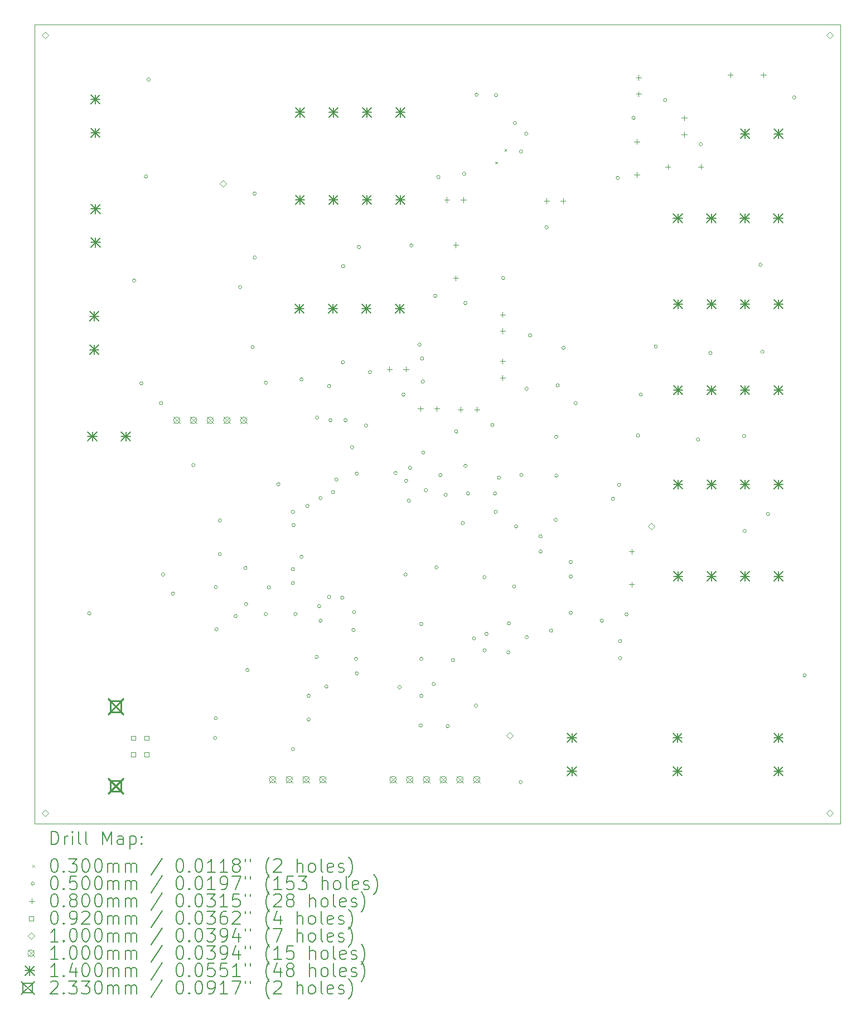
<source format=gbr>
%TF.GenerationSoftware,KiCad,Pcbnew,(6.0.8)*%
%TF.CreationDate,2022-10-21T20:54:05+03:00*%
%TF.ProjectId,commboard,636f6d6d-626f-4617-9264-2e6b69636164,rev?*%
%TF.SameCoordinates,Original*%
%TF.FileFunction,Drillmap*%
%TF.FilePolarity,Positive*%
%FSLAX45Y45*%
G04 Gerber Fmt 4.5, Leading zero omitted, Abs format (unit mm)*
G04 Created by KiCad (PCBNEW (6.0.8)) date 2022-10-21 20:54:05*
%MOMM*%
%LPD*%
G01*
G04 APERTURE LIST*
%ADD10C,0.100000*%
%ADD11C,0.200000*%
%ADD12C,0.030000*%
%ADD13C,0.050000*%
%ADD14C,0.080000*%
%ADD15C,0.092000*%
%ADD16C,0.140000*%
%ADD17C,0.233000*%
G04 APERTURE END LIST*
D10*
X16230000Y-4000000D02*
X4000000Y-4000000D01*
X4000000Y-4000000D02*
X4000000Y-16120000D01*
X4000000Y-16120000D02*
X16230000Y-16120000D01*
X16230000Y-16120000D02*
X16230000Y-4000000D01*
D11*
D12*
X10995000Y-6075000D02*
X11025000Y-6105000D01*
X11025000Y-6075000D02*
X10995000Y-6105000D01*
X11135000Y-5885000D02*
X11165000Y-5915000D01*
X11165000Y-5885000D02*
X11135000Y-5915000D01*
D13*
X4855000Y-12930000D02*
G75*
G03*
X4855000Y-12930000I-25000J0D01*
G01*
X5535000Y-7880000D02*
G75*
G03*
X5535000Y-7880000I-25000J0D01*
G01*
X5645000Y-9440000D02*
G75*
G03*
X5645000Y-9440000I-25000J0D01*
G01*
X5715000Y-6300000D02*
G75*
G03*
X5715000Y-6300000I-25000J0D01*
G01*
X5755000Y-4830000D02*
G75*
G03*
X5755000Y-4830000I-25000J0D01*
G01*
X5945000Y-9740000D02*
G75*
G03*
X5945000Y-9740000I-25000J0D01*
G01*
X5975000Y-12340000D02*
G75*
G03*
X5975000Y-12340000I-25000J0D01*
G01*
X6125000Y-12630000D02*
G75*
G03*
X6125000Y-12630000I-25000J0D01*
G01*
X6435000Y-10680000D02*
G75*
G03*
X6435000Y-10680000I-25000J0D01*
G01*
X6765000Y-14820000D02*
G75*
G03*
X6765000Y-14820000I-25000J0D01*
G01*
X6775000Y-12530000D02*
G75*
G03*
X6775000Y-12530000I-25000J0D01*
G01*
X6775000Y-14520000D02*
G75*
G03*
X6775000Y-14520000I-25000J0D01*
G01*
X6785000Y-13170000D02*
G75*
G03*
X6785000Y-13170000I-25000J0D01*
G01*
X6835000Y-11520000D02*
G75*
G03*
X6835000Y-11520000I-25000J0D01*
G01*
X6835000Y-12030000D02*
G75*
G03*
X6835000Y-12030000I-25000J0D01*
G01*
X7075000Y-12970000D02*
G75*
G03*
X7075000Y-12970000I-25000J0D01*
G01*
X7145000Y-7980000D02*
G75*
G03*
X7145000Y-7980000I-25000J0D01*
G01*
X7225000Y-12240000D02*
G75*
G03*
X7225000Y-12240000I-25000J0D01*
G01*
X7235000Y-12790000D02*
G75*
G03*
X7235000Y-12790000I-25000J0D01*
G01*
X7255000Y-13790000D02*
G75*
G03*
X7255000Y-13790000I-25000J0D01*
G01*
X7334524Y-8889524D02*
G75*
G03*
X7334524Y-8889524I-25000J0D01*
G01*
X7365000Y-6560000D02*
G75*
G03*
X7365000Y-6560000I-25000J0D01*
G01*
X7365000Y-7530000D02*
G75*
G03*
X7365000Y-7530000I-25000J0D01*
G01*
X7535000Y-9430000D02*
G75*
G03*
X7535000Y-9430000I-25000J0D01*
G01*
X7535000Y-12940000D02*
G75*
G03*
X7535000Y-12940000I-25000J0D01*
G01*
X7580000Y-12535000D02*
G75*
G03*
X7580000Y-12535000I-25000J0D01*
G01*
X7725000Y-10970000D02*
G75*
G03*
X7725000Y-10970000I-25000J0D01*
G01*
X7945000Y-11390000D02*
G75*
G03*
X7945000Y-11390000I-25000J0D01*
G01*
X7945000Y-12260000D02*
G75*
G03*
X7945000Y-12260000I-25000J0D01*
G01*
X7945000Y-12470000D02*
G75*
G03*
X7945000Y-12470000I-25000J0D01*
G01*
X7945000Y-14990000D02*
G75*
G03*
X7945000Y-14990000I-25000J0D01*
G01*
X7955000Y-11590000D02*
G75*
G03*
X7955000Y-11590000I-25000J0D01*
G01*
X7985000Y-12940000D02*
G75*
G03*
X7985000Y-12940000I-25000J0D01*
G01*
X8075000Y-9380000D02*
G75*
G03*
X8075000Y-9380000I-25000J0D01*
G01*
X8075000Y-12070000D02*
G75*
G03*
X8075000Y-12070000I-25000J0D01*
G01*
X8165000Y-11300000D02*
G75*
G03*
X8165000Y-11300000I-25000J0D01*
G01*
X8185000Y-14180000D02*
G75*
G03*
X8185000Y-14180000I-25000J0D01*
G01*
X8185000Y-14540000D02*
G75*
G03*
X8185000Y-14540000I-25000J0D01*
G01*
X8305000Y-13590000D02*
G75*
G03*
X8305000Y-13590000I-25000J0D01*
G01*
X8315000Y-9960000D02*
G75*
G03*
X8315000Y-9960000I-25000J0D01*
G01*
X8345000Y-12820000D02*
G75*
G03*
X8345000Y-12820000I-25000J0D01*
G01*
X8365000Y-11180000D02*
G75*
G03*
X8365000Y-11180000I-25000J0D01*
G01*
X8365000Y-13040000D02*
G75*
G03*
X8365000Y-13040000I-25000J0D01*
G01*
X8455000Y-14040000D02*
G75*
G03*
X8455000Y-14040000I-25000J0D01*
G01*
X8495000Y-9480000D02*
G75*
G03*
X8495000Y-9480000I-25000J0D01*
G01*
X8495000Y-12680000D02*
G75*
G03*
X8495000Y-12680000I-25000J0D01*
G01*
X8515000Y-10000000D02*
G75*
G03*
X8515000Y-10000000I-25000J0D01*
G01*
X8555000Y-11090000D02*
G75*
G03*
X8555000Y-11090000I-25000J0D01*
G01*
X8605000Y-10900000D02*
G75*
G03*
X8605000Y-10900000I-25000J0D01*
G01*
X8695000Y-12690000D02*
G75*
G03*
X8695000Y-12690000I-25000J0D01*
G01*
X8705000Y-9120000D02*
G75*
G03*
X8705000Y-9120000I-25000J0D01*
G01*
X8708000Y-7661875D02*
G75*
G03*
X8708000Y-7661875I-25000J0D01*
G01*
X8745000Y-10000000D02*
G75*
G03*
X8745000Y-10000000I-25000J0D01*
G01*
X8845000Y-10410000D02*
G75*
G03*
X8845000Y-10410000I-25000J0D01*
G01*
X8865000Y-13180000D02*
G75*
G03*
X8865000Y-13180000I-25000J0D01*
G01*
X8875000Y-12910000D02*
G75*
G03*
X8875000Y-12910000I-25000J0D01*
G01*
X8905000Y-13620000D02*
G75*
G03*
X8905000Y-13620000I-25000J0D01*
G01*
X8915000Y-10810000D02*
G75*
G03*
X8915000Y-10810000I-25000J0D01*
G01*
X8915000Y-13840000D02*
G75*
G03*
X8915000Y-13840000I-25000J0D01*
G01*
X8948000Y-7371875D02*
G75*
G03*
X8948000Y-7371875I-25000J0D01*
G01*
X9055000Y-10080000D02*
G75*
G03*
X9055000Y-10080000I-25000J0D01*
G01*
X9118000Y-9270000D02*
G75*
G03*
X9118000Y-9270000I-25000J0D01*
G01*
X9505000Y-10800000D02*
G75*
G03*
X9505000Y-10800000I-25000J0D01*
G01*
X9565000Y-14050000D02*
G75*
G03*
X9565000Y-14050000I-25000J0D01*
G01*
X9625000Y-9610000D02*
G75*
G03*
X9625000Y-9610000I-25000J0D01*
G01*
X9655000Y-12340000D02*
G75*
G03*
X9655000Y-12340000I-25000J0D01*
G01*
X9665000Y-10920000D02*
G75*
G03*
X9665000Y-10920000I-25000J0D01*
G01*
X9705000Y-11220000D02*
G75*
G03*
X9705000Y-11220000I-25000J0D01*
G01*
X9725000Y-10720000D02*
G75*
G03*
X9725000Y-10720000I-25000J0D01*
G01*
X9744000Y-7345750D02*
G75*
G03*
X9744000Y-7345750I-25000J0D01*
G01*
X9868000Y-8851875D02*
G75*
G03*
X9868000Y-8851875I-25000J0D01*
G01*
X9885000Y-14630000D02*
G75*
G03*
X9885000Y-14630000I-25000J0D01*
G01*
X9895000Y-13090000D02*
G75*
G03*
X9895000Y-13090000I-25000J0D01*
G01*
X9895000Y-13620000D02*
G75*
G03*
X9895000Y-13620000I-25000J0D01*
G01*
X9895000Y-14180000D02*
G75*
G03*
X9895000Y-14180000I-25000J0D01*
G01*
X9908000Y-9061875D02*
G75*
G03*
X9908000Y-9061875I-25000J0D01*
G01*
X9918000Y-9411875D02*
G75*
G03*
X9918000Y-9411875I-25000J0D01*
G01*
X9925000Y-10490000D02*
G75*
G03*
X9925000Y-10490000I-25000J0D01*
G01*
X9965000Y-11060000D02*
G75*
G03*
X9965000Y-11060000I-25000J0D01*
G01*
X10085000Y-14000000D02*
G75*
G03*
X10085000Y-14000000I-25000J0D01*
G01*
X10108000Y-8111875D02*
G75*
G03*
X10108000Y-8111875I-25000J0D01*
G01*
X10125000Y-12230000D02*
G75*
G03*
X10125000Y-12230000I-25000J0D01*
G01*
X10155000Y-6310000D02*
G75*
G03*
X10155000Y-6310000I-25000J0D01*
G01*
X10185000Y-10830000D02*
G75*
G03*
X10185000Y-10830000I-25000J0D01*
G01*
X10265000Y-11130000D02*
G75*
G03*
X10265000Y-11130000I-25000J0D01*
G01*
X10295000Y-14640000D02*
G75*
G03*
X10295000Y-14640000I-25000J0D01*
G01*
X10375000Y-13640000D02*
G75*
G03*
X10375000Y-13640000I-25000J0D01*
G01*
X10425000Y-10170000D02*
G75*
G03*
X10425000Y-10170000I-25000J0D01*
G01*
X10525000Y-11560000D02*
G75*
G03*
X10525000Y-11560000I-25000J0D01*
G01*
X10545000Y-6260000D02*
G75*
G03*
X10545000Y-6260000I-25000J0D01*
G01*
X10565000Y-8221875D02*
G75*
G03*
X10565000Y-8221875I-25000J0D01*
G01*
X10565000Y-10690000D02*
G75*
G03*
X10565000Y-10690000I-25000J0D01*
G01*
X10605000Y-11110000D02*
G75*
G03*
X10605000Y-11110000I-25000J0D01*
G01*
X10695000Y-13310000D02*
G75*
G03*
X10695000Y-13310000I-25000J0D01*
G01*
X10725000Y-14330000D02*
G75*
G03*
X10725000Y-14330000I-25000J0D01*
G01*
X10735000Y-5060000D02*
G75*
G03*
X10735000Y-5060000I-25000J0D01*
G01*
X10855000Y-12381590D02*
G75*
G03*
X10855000Y-12381590I-25000J0D01*
G01*
X10855000Y-13490000D02*
G75*
G03*
X10855000Y-13490000I-25000J0D01*
G01*
X10885000Y-13240000D02*
G75*
G03*
X10885000Y-13240000I-25000J0D01*
G01*
X10975000Y-10070000D02*
G75*
G03*
X10975000Y-10070000I-25000J0D01*
G01*
X11015000Y-11110000D02*
G75*
G03*
X11015000Y-11110000I-25000J0D01*
G01*
X11025000Y-11390000D02*
G75*
G03*
X11025000Y-11390000I-25000J0D01*
G01*
X11030000Y-5065000D02*
G75*
G03*
X11030000Y-5065000I-25000J0D01*
G01*
X11075000Y-10870000D02*
G75*
G03*
X11075000Y-10870000I-25000J0D01*
G01*
X11138000Y-7841875D02*
G75*
G03*
X11138000Y-7841875I-25000J0D01*
G01*
X11215000Y-13520000D02*
G75*
G03*
X11215000Y-13520000I-25000J0D01*
G01*
X11225000Y-13080000D02*
G75*
G03*
X11225000Y-13080000I-25000J0D01*
G01*
X11305000Y-12520000D02*
G75*
G03*
X11305000Y-12520000I-25000J0D01*
G01*
X11315000Y-5490000D02*
G75*
G03*
X11315000Y-5490000I-25000J0D01*
G01*
X11335000Y-11610000D02*
G75*
G03*
X11335000Y-11610000I-25000J0D01*
G01*
X11405000Y-15490000D02*
G75*
G03*
X11405000Y-15490000I-25000J0D01*
G01*
X11408000Y-5921875D02*
G75*
G03*
X11408000Y-5921875I-25000J0D01*
G01*
X11408000Y-5921875D02*
G75*
G03*
X11408000Y-5921875I-25000J0D01*
G01*
X11415000Y-10830000D02*
G75*
G03*
X11415000Y-10830000I-25000J0D01*
G01*
X11488000Y-5651875D02*
G75*
G03*
X11488000Y-5651875I-25000J0D01*
G01*
X11495000Y-9520000D02*
G75*
G03*
X11495000Y-9520000I-25000J0D01*
G01*
X11495000Y-13290000D02*
G75*
G03*
X11495000Y-13290000I-25000J0D01*
G01*
X11548000Y-8711875D02*
G75*
G03*
X11548000Y-8711875I-25000J0D01*
G01*
X11705000Y-11760000D02*
G75*
G03*
X11705000Y-11760000I-25000J0D01*
G01*
X11705000Y-11990000D02*
G75*
G03*
X11705000Y-11990000I-25000J0D01*
G01*
X11798000Y-7071875D02*
G75*
G03*
X11798000Y-7071875I-25000J0D01*
G01*
X11865000Y-13190000D02*
G75*
G03*
X11865000Y-13190000I-25000J0D01*
G01*
X11935000Y-11510000D02*
G75*
G03*
X11935000Y-11510000I-25000J0D01*
G01*
X11945000Y-10250000D02*
G75*
G03*
X11945000Y-10250000I-25000J0D01*
G01*
X11945000Y-10840000D02*
G75*
G03*
X11945000Y-10840000I-25000J0D01*
G01*
X11965000Y-9470000D02*
G75*
G03*
X11965000Y-9470000I-25000J0D01*
G01*
X12055000Y-8900000D02*
G75*
G03*
X12055000Y-8900000I-25000J0D01*
G01*
X12165000Y-12150000D02*
G75*
G03*
X12165000Y-12150000I-25000J0D01*
G01*
X12165000Y-12370000D02*
G75*
G03*
X12165000Y-12370000I-25000J0D01*
G01*
X12165000Y-12920000D02*
G75*
G03*
X12165000Y-12920000I-25000J0D01*
G01*
X12238000Y-9739750D02*
G75*
G03*
X12238000Y-9739750I-25000J0D01*
G01*
X12635000Y-13040000D02*
G75*
G03*
X12635000Y-13040000I-25000J0D01*
G01*
X12805000Y-11190000D02*
G75*
G03*
X12805000Y-11190000I-25000J0D01*
G01*
X12878000Y-6321875D02*
G75*
G03*
X12878000Y-6321875I-25000J0D01*
G01*
X12898000Y-10979750D02*
G75*
G03*
X12898000Y-10979750I-25000J0D01*
G01*
X12915000Y-13350000D02*
G75*
G03*
X12915000Y-13350000I-25000J0D01*
G01*
X12915000Y-13610000D02*
G75*
G03*
X12915000Y-13610000I-25000J0D01*
G01*
X13010000Y-12945000D02*
G75*
G03*
X13010000Y-12945000I-25000J0D01*
G01*
X13118000Y-5411875D02*
G75*
G03*
X13118000Y-5411875I-25000J0D01*
G01*
X13185000Y-10230000D02*
G75*
G03*
X13185000Y-10230000I-25000J0D01*
G01*
X13228000Y-9609750D02*
G75*
G03*
X13228000Y-9609750I-25000J0D01*
G01*
X13455000Y-8880000D02*
G75*
G03*
X13455000Y-8880000I-25000J0D01*
G01*
X13598000Y-5141875D02*
G75*
G03*
X13598000Y-5141875I-25000J0D01*
G01*
X14098000Y-10291875D02*
G75*
G03*
X14098000Y-10291875I-25000J0D01*
G01*
X14138000Y-5811875D02*
G75*
G03*
X14138000Y-5811875I-25000J0D01*
G01*
X14285000Y-8980000D02*
G75*
G03*
X14285000Y-8980000I-25000J0D01*
G01*
X14795000Y-10240000D02*
G75*
G03*
X14795000Y-10240000I-25000J0D01*
G01*
X14805000Y-11680000D02*
G75*
G03*
X14805000Y-11680000I-25000J0D01*
G01*
X15045000Y-7640000D02*
G75*
G03*
X15045000Y-7640000I-25000J0D01*
G01*
X15075000Y-8960000D02*
G75*
G03*
X15075000Y-8960000I-25000J0D01*
G01*
X15158000Y-11421875D02*
G75*
G03*
X15158000Y-11421875I-25000J0D01*
G01*
X15558000Y-5101875D02*
G75*
G03*
X15558000Y-5101875I-25000J0D01*
G01*
X15715000Y-13870000D02*
G75*
G03*
X15715000Y-13870000I-25000J0D01*
G01*
D14*
X9386011Y-9184375D02*
X9386011Y-9264375D01*
X9346011Y-9224375D02*
X9426011Y-9224375D01*
X9636011Y-9184375D02*
X9636011Y-9264375D01*
X9596011Y-9224375D02*
X9676011Y-9224375D01*
X9856011Y-9784375D02*
X9856011Y-9864375D01*
X9816011Y-9824375D02*
X9896011Y-9824375D01*
X10106011Y-9784375D02*
X10106011Y-9864375D01*
X10066011Y-9824375D02*
X10146011Y-9824375D01*
X10259000Y-6615750D02*
X10259000Y-6695750D01*
X10219000Y-6655750D02*
X10299000Y-6655750D01*
X10393000Y-7301875D02*
X10393000Y-7381875D01*
X10353000Y-7341875D02*
X10433000Y-7341875D01*
X10393000Y-7801875D02*
X10393000Y-7881875D01*
X10353000Y-7841875D02*
X10433000Y-7841875D01*
X10464989Y-9794375D02*
X10464989Y-9874375D01*
X10424989Y-9834375D02*
X10504989Y-9834375D01*
X10509000Y-6615750D02*
X10509000Y-6695750D01*
X10469000Y-6655750D02*
X10549000Y-6655750D01*
X10714989Y-9794375D02*
X10714989Y-9874375D01*
X10674989Y-9834375D02*
X10754989Y-9834375D01*
X11105500Y-8354375D02*
X11105500Y-8434375D01*
X11065500Y-8394375D02*
X11145500Y-8394375D01*
X11105500Y-8604375D02*
X11105500Y-8684375D01*
X11065500Y-8644375D02*
X11145500Y-8644375D01*
X11105500Y-9064375D02*
X11105500Y-9144375D01*
X11065500Y-9104375D02*
X11145500Y-9104375D01*
X11105500Y-9314375D02*
X11105500Y-9394375D01*
X11065500Y-9354375D02*
X11145500Y-9354375D01*
X11773000Y-6631875D02*
X11773000Y-6711875D01*
X11733000Y-6671875D02*
X11813000Y-6671875D01*
X12023000Y-6631875D02*
X12023000Y-6711875D01*
X11983000Y-6671875D02*
X12063000Y-6671875D01*
X13063000Y-11951875D02*
X13063000Y-12031875D01*
X13023000Y-11991875D02*
X13103000Y-11991875D01*
X13063000Y-12451875D02*
X13063000Y-12531875D01*
X13023000Y-12491875D02*
X13103000Y-12491875D01*
X13143000Y-5731875D02*
X13143000Y-5811875D01*
X13103000Y-5771875D02*
X13183000Y-5771875D01*
X13143000Y-6231875D02*
X13143000Y-6311875D01*
X13103000Y-6271875D02*
X13183000Y-6271875D01*
X13170000Y-4759489D02*
X13170000Y-4839489D01*
X13130000Y-4799489D02*
X13210000Y-4799489D01*
X13170000Y-5009489D02*
X13170000Y-5089489D01*
X13130000Y-5049489D02*
X13210000Y-5049489D01*
X13613000Y-6111875D02*
X13613000Y-6191875D01*
X13573000Y-6151875D02*
X13653000Y-6151875D01*
X13863000Y-5372386D02*
X13863000Y-5452386D01*
X13823000Y-5412386D02*
X13903000Y-5412386D01*
X13863000Y-5622386D02*
X13863000Y-5702386D01*
X13823000Y-5662386D02*
X13903000Y-5662386D01*
X14113000Y-6111875D02*
X14113000Y-6191875D01*
X14073000Y-6151875D02*
X14153000Y-6151875D01*
X14563000Y-4721875D02*
X14563000Y-4801875D01*
X14523000Y-4761875D02*
X14603000Y-4761875D01*
X15063000Y-4721875D02*
X15063000Y-4801875D01*
X15023000Y-4761875D02*
X15103000Y-4761875D01*
D15*
X5532527Y-14852527D02*
X5532527Y-14787473D01*
X5467473Y-14787473D01*
X5467473Y-14852527D01*
X5532527Y-14852527D01*
X5532527Y-15102527D02*
X5532527Y-15037473D01*
X5467473Y-15037473D01*
X5467473Y-15102527D01*
X5532527Y-15102527D01*
X5732527Y-14852527D02*
X5732527Y-14787473D01*
X5667473Y-14787473D01*
X5667473Y-14852527D01*
X5732527Y-14852527D01*
X5732527Y-15102527D02*
X5732527Y-15037473D01*
X5667473Y-15037473D01*
X5667473Y-15102527D01*
X5732527Y-15102527D01*
D10*
X4160000Y-4210000D02*
X4210000Y-4160000D01*
X4160000Y-4110000D01*
X4110000Y-4160000D01*
X4160000Y-4210000D01*
X4160000Y-16010000D02*
X4210000Y-15960000D01*
X4160000Y-15910000D01*
X4110000Y-15960000D01*
X4160000Y-16010000D01*
X6860000Y-6460000D02*
X6910000Y-6410000D01*
X6860000Y-6360000D01*
X6810000Y-6410000D01*
X6860000Y-6460000D01*
X11210000Y-14830000D02*
X11260000Y-14780000D01*
X11210000Y-14730000D01*
X11160000Y-14780000D01*
X11210000Y-14830000D01*
X13360000Y-11660000D02*
X13410000Y-11610000D01*
X13360000Y-11560000D01*
X13310000Y-11610000D01*
X13360000Y-11660000D01*
X16070000Y-4210000D02*
X16120000Y-4160000D01*
X16070000Y-4110000D01*
X16020000Y-4160000D01*
X16070000Y-4210000D01*
X16070000Y-16010000D02*
X16120000Y-15960000D01*
X16070000Y-15910000D01*
X16020000Y-15960000D01*
X16070000Y-16010000D01*
X6108000Y-9950000D02*
X6208000Y-10050000D01*
X6208000Y-9950000D02*
X6108000Y-10050000D01*
X6208000Y-10000000D02*
G75*
G03*
X6208000Y-10000000I-50000J0D01*
G01*
X6362000Y-9950000D02*
X6462000Y-10050000D01*
X6462000Y-9950000D02*
X6362000Y-10050000D01*
X6462000Y-10000000D02*
G75*
G03*
X6462000Y-10000000I-50000J0D01*
G01*
X6616000Y-9950000D02*
X6716000Y-10050000D01*
X6716000Y-9950000D02*
X6616000Y-10050000D01*
X6716000Y-10000000D02*
G75*
G03*
X6716000Y-10000000I-50000J0D01*
G01*
X6870000Y-9950000D02*
X6970000Y-10050000D01*
X6970000Y-9950000D02*
X6870000Y-10050000D01*
X6970000Y-10000000D02*
G75*
G03*
X6970000Y-10000000I-50000J0D01*
G01*
X7124000Y-9950000D02*
X7224000Y-10050000D01*
X7224000Y-9950000D02*
X7124000Y-10050000D01*
X7224000Y-10000000D02*
G75*
G03*
X7224000Y-10000000I-50000J0D01*
G01*
X7562000Y-15400000D02*
X7662000Y-15500000D01*
X7662000Y-15400000D02*
X7562000Y-15500000D01*
X7662000Y-15450000D02*
G75*
G03*
X7662000Y-15450000I-50000J0D01*
G01*
X7816000Y-15400000D02*
X7916000Y-15500000D01*
X7916000Y-15400000D02*
X7816000Y-15500000D01*
X7916000Y-15450000D02*
G75*
G03*
X7916000Y-15450000I-50000J0D01*
G01*
X8070000Y-15400000D02*
X8170000Y-15500000D01*
X8170000Y-15400000D02*
X8070000Y-15500000D01*
X8170000Y-15450000D02*
G75*
G03*
X8170000Y-15450000I-50000J0D01*
G01*
X8324000Y-15400000D02*
X8424000Y-15500000D01*
X8424000Y-15400000D02*
X8324000Y-15500000D01*
X8424000Y-15450000D02*
G75*
G03*
X8424000Y-15450000I-50000J0D01*
G01*
X9390000Y-15400000D02*
X9490000Y-15500000D01*
X9490000Y-15400000D02*
X9390000Y-15500000D01*
X9490000Y-15450000D02*
G75*
G03*
X9490000Y-15450000I-50000J0D01*
G01*
X9644000Y-15400000D02*
X9744000Y-15500000D01*
X9744000Y-15400000D02*
X9644000Y-15500000D01*
X9744000Y-15450000D02*
G75*
G03*
X9744000Y-15450000I-50000J0D01*
G01*
X9898000Y-15400000D02*
X9998000Y-15500000D01*
X9998000Y-15400000D02*
X9898000Y-15500000D01*
X9998000Y-15450000D02*
G75*
G03*
X9998000Y-15450000I-50000J0D01*
G01*
X10152000Y-15400000D02*
X10252000Y-15500000D01*
X10252000Y-15400000D02*
X10152000Y-15500000D01*
X10252000Y-15450000D02*
G75*
G03*
X10252000Y-15450000I-50000J0D01*
G01*
X10406000Y-15400000D02*
X10506000Y-15500000D01*
X10506000Y-15400000D02*
X10406000Y-15500000D01*
X10506000Y-15450000D02*
G75*
G03*
X10506000Y-15450000I-50000J0D01*
G01*
X10660000Y-15400000D02*
X10760000Y-15500000D01*
X10760000Y-15400000D02*
X10660000Y-15500000D01*
X10760000Y-15450000D02*
G75*
G03*
X10760000Y-15450000I-50000J0D01*
G01*
D16*
X4806000Y-10172250D02*
X4946000Y-10312250D01*
X4946000Y-10172250D02*
X4806000Y-10312250D01*
X4876000Y-10172250D02*
X4876000Y-10312250D01*
X4806000Y-10242250D02*
X4946000Y-10242250D01*
X4833000Y-8351875D02*
X4973000Y-8491875D01*
X4973000Y-8351875D02*
X4833000Y-8491875D01*
X4903000Y-8351875D02*
X4903000Y-8491875D01*
X4833000Y-8421875D02*
X4973000Y-8421875D01*
X4833000Y-8859875D02*
X4973000Y-8999875D01*
X4973000Y-8859875D02*
X4833000Y-8999875D01*
X4903000Y-8859875D02*
X4903000Y-8999875D01*
X4833000Y-8929875D02*
X4973000Y-8929875D01*
X4853000Y-5061875D02*
X4993000Y-5201875D01*
X4993000Y-5061875D02*
X4853000Y-5201875D01*
X4923000Y-5061875D02*
X4923000Y-5201875D01*
X4853000Y-5131875D02*
X4993000Y-5131875D01*
X4853000Y-5569875D02*
X4993000Y-5709875D01*
X4993000Y-5569875D02*
X4853000Y-5709875D01*
X4923000Y-5569875D02*
X4923000Y-5709875D01*
X4853000Y-5639875D02*
X4993000Y-5639875D01*
X4854000Y-6722625D02*
X4994000Y-6862625D01*
X4994000Y-6722625D02*
X4854000Y-6862625D01*
X4924000Y-6722625D02*
X4924000Y-6862625D01*
X4854000Y-6792625D02*
X4994000Y-6792625D01*
X4854000Y-7230625D02*
X4994000Y-7370625D01*
X4994000Y-7230625D02*
X4854000Y-7370625D01*
X4924000Y-7230625D02*
X4924000Y-7370625D01*
X4854000Y-7300625D02*
X4994000Y-7300625D01*
X5314000Y-10172250D02*
X5454000Y-10312250D01*
X5454000Y-10172250D02*
X5314000Y-10312250D01*
X5384000Y-10172250D02*
X5384000Y-10312250D01*
X5314000Y-10242250D02*
X5454000Y-10242250D01*
X7951000Y-8234125D02*
X8091000Y-8374125D01*
X8091000Y-8234125D02*
X7951000Y-8374125D01*
X8021000Y-8234125D02*
X8021000Y-8374125D01*
X7951000Y-8304125D02*
X8091000Y-8304125D01*
X7957000Y-5258000D02*
X8097000Y-5398000D01*
X8097000Y-5258000D02*
X7957000Y-5398000D01*
X8027000Y-5258000D02*
X8027000Y-5398000D01*
X7957000Y-5328000D02*
X8097000Y-5328000D01*
X7957000Y-6585750D02*
X8097000Y-6725750D01*
X8097000Y-6585750D02*
X7957000Y-6725750D01*
X8027000Y-6585750D02*
X8027000Y-6725750D01*
X7957000Y-6655750D02*
X8097000Y-6655750D01*
X8459000Y-8234125D02*
X8599000Y-8374125D01*
X8599000Y-8234125D02*
X8459000Y-8374125D01*
X8529000Y-8234125D02*
X8529000Y-8374125D01*
X8459000Y-8304125D02*
X8599000Y-8304125D01*
X8465000Y-5258000D02*
X8605000Y-5398000D01*
X8605000Y-5258000D02*
X8465000Y-5398000D01*
X8535000Y-5258000D02*
X8535000Y-5398000D01*
X8465000Y-5328000D02*
X8605000Y-5328000D01*
X8465000Y-6585750D02*
X8605000Y-6725750D01*
X8605000Y-6585750D02*
X8465000Y-6725750D01*
X8535000Y-6585750D02*
X8535000Y-6725750D01*
X8465000Y-6655750D02*
X8605000Y-6655750D01*
X8967000Y-8234125D02*
X9107000Y-8374125D01*
X9107000Y-8234125D02*
X8967000Y-8374125D01*
X9037000Y-8234125D02*
X9037000Y-8374125D01*
X8967000Y-8304125D02*
X9107000Y-8304125D01*
X8973000Y-5258000D02*
X9113000Y-5398000D01*
X9113000Y-5258000D02*
X8973000Y-5398000D01*
X9043000Y-5258000D02*
X9043000Y-5398000D01*
X8973000Y-5328000D02*
X9113000Y-5328000D01*
X8973000Y-6585750D02*
X9113000Y-6725750D01*
X9113000Y-6585750D02*
X8973000Y-6725750D01*
X9043000Y-6585750D02*
X9043000Y-6725750D01*
X8973000Y-6655750D02*
X9113000Y-6655750D01*
X9475000Y-8234125D02*
X9615000Y-8374125D01*
X9615000Y-8234125D02*
X9475000Y-8374125D01*
X9545000Y-8234125D02*
X9545000Y-8374125D01*
X9475000Y-8304125D02*
X9615000Y-8304125D01*
X9481000Y-5258000D02*
X9621000Y-5398000D01*
X9621000Y-5258000D02*
X9481000Y-5398000D01*
X9551000Y-5258000D02*
X9551000Y-5398000D01*
X9481000Y-5328000D02*
X9621000Y-5328000D01*
X9481000Y-6585750D02*
X9621000Y-6725750D01*
X9621000Y-6585750D02*
X9481000Y-6725750D01*
X9551000Y-6585750D02*
X9551000Y-6725750D01*
X9481000Y-6655750D02*
X9621000Y-6655750D01*
X12087750Y-14746000D02*
X12227750Y-14886000D01*
X12227750Y-14746000D02*
X12087750Y-14886000D01*
X12157750Y-14746000D02*
X12157750Y-14886000D01*
X12087750Y-14816000D02*
X12227750Y-14816000D01*
X12087750Y-15254000D02*
X12227750Y-15394000D01*
X12227750Y-15254000D02*
X12087750Y-15394000D01*
X12157750Y-15254000D02*
X12157750Y-15394000D01*
X12087750Y-15324000D02*
X12227750Y-15324000D01*
X13690000Y-14746000D02*
X13830000Y-14886000D01*
X13830000Y-14746000D02*
X13690000Y-14886000D01*
X13760000Y-14746000D02*
X13760000Y-14886000D01*
X13690000Y-14816000D02*
X13830000Y-14816000D01*
X13690000Y-15254000D02*
X13830000Y-15394000D01*
X13830000Y-15254000D02*
X13690000Y-15394000D01*
X13760000Y-15254000D02*
X13760000Y-15394000D01*
X13690000Y-15324000D02*
X13830000Y-15324000D01*
X13697000Y-6861875D02*
X13837000Y-7001875D01*
X13837000Y-6861875D02*
X13697000Y-7001875D01*
X13767000Y-6861875D02*
X13767000Y-7001875D01*
X13697000Y-6931875D02*
X13837000Y-6931875D01*
X13699000Y-8167469D02*
X13839000Y-8307469D01*
X13839000Y-8167469D02*
X13699000Y-8307469D01*
X13769000Y-8167469D02*
X13769000Y-8307469D01*
X13699000Y-8237469D02*
X13839000Y-8237469D01*
X13699000Y-9471875D02*
X13839000Y-9611875D01*
X13839000Y-9471875D02*
X13699000Y-9611875D01*
X13769000Y-9471875D02*
X13769000Y-9611875D01*
X13699000Y-9541875D02*
X13839000Y-9541875D01*
X13701000Y-10904125D02*
X13841000Y-11044125D01*
X13841000Y-10904125D02*
X13701000Y-11044125D01*
X13771000Y-10904125D02*
X13771000Y-11044125D01*
X13701000Y-10974125D02*
X13841000Y-10974125D01*
X13701000Y-12296375D02*
X13841000Y-12436375D01*
X13841000Y-12296375D02*
X13701000Y-12436375D01*
X13771000Y-12296375D02*
X13771000Y-12436375D01*
X13701000Y-12366375D02*
X13841000Y-12366375D01*
X14205000Y-6861875D02*
X14345000Y-7001875D01*
X14345000Y-6861875D02*
X14205000Y-7001875D01*
X14275000Y-6861875D02*
X14275000Y-7001875D01*
X14205000Y-6931875D02*
X14345000Y-6931875D01*
X14207000Y-8167469D02*
X14347000Y-8307469D01*
X14347000Y-8167469D02*
X14207000Y-8307469D01*
X14277000Y-8167469D02*
X14277000Y-8307469D01*
X14207000Y-8237469D02*
X14347000Y-8237469D01*
X14207000Y-9471875D02*
X14347000Y-9611875D01*
X14347000Y-9471875D02*
X14207000Y-9611875D01*
X14277000Y-9471875D02*
X14277000Y-9611875D01*
X14207000Y-9541875D02*
X14347000Y-9541875D01*
X14209000Y-10904125D02*
X14349000Y-11044125D01*
X14349000Y-10904125D02*
X14209000Y-11044125D01*
X14279000Y-10904125D02*
X14279000Y-11044125D01*
X14209000Y-10974125D02*
X14349000Y-10974125D01*
X14209000Y-12296375D02*
X14349000Y-12436375D01*
X14349000Y-12296375D02*
X14209000Y-12436375D01*
X14279000Y-12296375D02*
X14279000Y-12436375D01*
X14209000Y-12366375D02*
X14349000Y-12366375D01*
X14713000Y-6861875D02*
X14853000Y-7001875D01*
X14853000Y-6861875D02*
X14713000Y-7001875D01*
X14783000Y-6861875D02*
X14783000Y-7001875D01*
X14713000Y-6931875D02*
X14853000Y-6931875D01*
X14715000Y-5581875D02*
X14855000Y-5721875D01*
X14855000Y-5581875D02*
X14715000Y-5721875D01*
X14785000Y-5581875D02*
X14785000Y-5721875D01*
X14715000Y-5651875D02*
X14855000Y-5651875D01*
X14715000Y-8167469D02*
X14855000Y-8307469D01*
X14855000Y-8167469D02*
X14715000Y-8307469D01*
X14785000Y-8167469D02*
X14785000Y-8307469D01*
X14715000Y-8237469D02*
X14855000Y-8237469D01*
X14715000Y-9471875D02*
X14855000Y-9611875D01*
X14855000Y-9471875D02*
X14715000Y-9611875D01*
X14785000Y-9471875D02*
X14785000Y-9611875D01*
X14715000Y-9541875D02*
X14855000Y-9541875D01*
X14717000Y-10904125D02*
X14857000Y-11044125D01*
X14857000Y-10904125D02*
X14717000Y-11044125D01*
X14787000Y-10904125D02*
X14787000Y-11044125D01*
X14717000Y-10974125D02*
X14857000Y-10974125D01*
X14717000Y-12296375D02*
X14857000Y-12436375D01*
X14857000Y-12296375D02*
X14717000Y-12436375D01*
X14787000Y-12296375D02*
X14787000Y-12436375D01*
X14717000Y-12366375D02*
X14857000Y-12366375D01*
X15221000Y-6861875D02*
X15361000Y-7001875D01*
X15361000Y-6861875D02*
X15221000Y-7001875D01*
X15291000Y-6861875D02*
X15291000Y-7001875D01*
X15221000Y-6931875D02*
X15361000Y-6931875D01*
X15222250Y-14746000D02*
X15362250Y-14886000D01*
X15362250Y-14746000D02*
X15222250Y-14886000D01*
X15292250Y-14746000D02*
X15292250Y-14886000D01*
X15222250Y-14816000D02*
X15362250Y-14816000D01*
X15222250Y-15254000D02*
X15362250Y-15394000D01*
X15362250Y-15254000D02*
X15222250Y-15394000D01*
X15292250Y-15254000D02*
X15292250Y-15394000D01*
X15222250Y-15324000D02*
X15362250Y-15324000D01*
X15223000Y-5581875D02*
X15363000Y-5721875D01*
X15363000Y-5581875D02*
X15223000Y-5721875D01*
X15293000Y-5581875D02*
X15293000Y-5721875D01*
X15223000Y-5651875D02*
X15363000Y-5651875D01*
X15223000Y-8167469D02*
X15363000Y-8307469D01*
X15363000Y-8167469D02*
X15223000Y-8307469D01*
X15293000Y-8167469D02*
X15293000Y-8307469D01*
X15223000Y-8237469D02*
X15363000Y-8237469D01*
X15223000Y-9471875D02*
X15363000Y-9611875D01*
X15363000Y-9471875D02*
X15223000Y-9611875D01*
X15293000Y-9471875D02*
X15293000Y-9611875D01*
X15223000Y-9541875D02*
X15363000Y-9541875D01*
X15225000Y-10904125D02*
X15365000Y-11044125D01*
X15365000Y-10904125D02*
X15225000Y-11044125D01*
X15295000Y-10904125D02*
X15295000Y-11044125D01*
X15225000Y-10974125D02*
X15365000Y-10974125D01*
X15225000Y-12296375D02*
X15365000Y-12436375D01*
X15365000Y-12296375D02*
X15225000Y-12436375D01*
X15295000Y-12296375D02*
X15295000Y-12436375D01*
X15225000Y-12366375D02*
X15365000Y-12366375D01*
D17*
X5112500Y-14226500D02*
X5345500Y-14459500D01*
X5345500Y-14226500D02*
X5112500Y-14459500D01*
X5311379Y-14425379D02*
X5311379Y-14260621D01*
X5146621Y-14260621D01*
X5146621Y-14425379D01*
X5311379Y-14425379D01*
X5112500Y-15430500D02*
X5345500Y-15663500D01*
X5345500Y-15430500D02*
X5112500Y-15663500D01*
X5311379Y-15629379D02*
X5311379Y-15464621D01*
X5146621Y-15464621D01*
X5146621Y-15629379D01*
X5311379Y-15629379D01*
D11*
X4252619Y-16435476D02*
X4252619Y-16235476D01*
X4300238Y-16235476D01*
X4328810Y-16245000D01*
X4347857Y-16264048D01*
X4357381Y-16283095D01*
X4366905Y-16321190D01*
X4366905Y-16349762D01*
X4357381Y-16387857D01*
X4347857Y-16406905D01*
X4328810Y-16425952D01*
X4300238Y-16435476D01*
X4252619Y-16435476D01*
X4452619Y-16435476D02*
X4452619Y-16302143D01*
X4452619Y-16340238D02*
X4462143Y-16321190D01*
X4471667Y-16311667D01*
X4490714Y-16302143D01*
X4509762Y-16302143D01*
X4576429Y-16435476D02*
X4576429Y-16302143D01*
X4576429Y-16235476D02*
X4566905Y-16245000D01*
X4576429Y-16254524D01*
X4585952Y-16245000D01*
X4576429Y-16235476D01*
X4576429Y-16254524D01*
X4700238Y-16435476D02*
X4681190Y-16425952D01*
X4671667Y-16406905D01*
X4671667Y-16235476D01*
X4805000Y-16435476D02*
X4785952Y-16425952D01*
X4776429Y-16406905D01*
X4776429Y-16235476D01*
X5033571Y-16435476D02*
X5033571Y-16235476D01*
X5100238Y-16378333D01*
X5166905Y-16235476D01*
X5166905Y-16435476D01*
X5347857Y-16435476D02*
X5347857Y-16330714D01*
X5338333Y-16311667D01*
X5319286Y-16302143D01*
X5281190Y-16302143D01*
X5262143Y-16311667D01*
X5347857Y-16425952D02*
X5328810Y-16435476D01*
X5281190Y-16435476D01*
X5262143Y-16425952D01*
X5252619Y-16406905D01*
X5252619Y-16387857D01*
X5262143Y-16368809D01*
X5281190Y-16359286D01*
X5328810Y-16359286D01*
X5347857Y-16349762D01*
X5443095Y-16302143D02*
X5443095Y-16502143D01*
X5443095Y-16311667D02*
X5462143Y-16302143D01*
X5500238Y-16302143D01*
X5519286Y-16311667D01*
X5528810Y-16321190D01*
X5538333Y-16340238D01*
X5538333Y-16397381D01*
X5528810Y-16416428D01*
X5519286Y-16425952D01*
X5500238Y-16435476D01*
X5462143Y-16435476D01*
X5443095Y-16425952D01*
X5624048Y-16416428D02*
X5633571Y-16425952D01*
X5624048Y-16435476D01*
X5614524Y-16425952D01*
X5624048Y-16416428D01*
X5624048Y-16435476D01*
X5624048Y-16311667D02*
X5633571Y-16321190D01*
X5624048Y-16330714D01*
X5614524Y-16321190D01*
X5624048Y-16311667D01*
X5624048Y-16330714D01*
D12*
X3965000Y-16750000D02*
X3995000Y-16780000D01*
X3995000Y-16750000D02*
X3965000Y-16780000D01*
D11*
X4290714Y-16655476D02*
X4309762Y-16655476D01*
X4328810Y-16665000D01*
X4338333Y-16674524D01*
X4347857Y-16693571D01*
X4357381Y-16731667D01*
X4357381Y-16779286D01*
X4347857Y-16817381D01*
X4338333Y-16836429D01*
X4328810Y-16845952D01*
X4309762Y-16855476D01*
X4290714Y-16855476D01*
X4271667Y-16845952D01*
X4262143Y-16836429D01*
X4252619Y-16817381D01*
X4243095Y-16779286D01*
X4243095Y-16731667D01*
X4252619Y-16693571D01*
X4262143Y-16674524D01*
X4271667Y-16665000D01*
X4290714Y-16655476D01*
X4443095Y-16836429D02*
X4452619Y-16845952D01*
X4443095Y-16855476D01*
X4433571Y-16845952D01*
X4443095Y-16836429D01*
X4443095Y-16855476D01*
X4519286Y-16655476D02*
X4643095Y-16655476D01*
X4576429Y-16731667D01*
X4605000Y-16731667D01*
X4624048Y-16741190D01*
X4633571Y-16750714D01*
X4643095Y-16769762D01*
X4643095Y-16817381D01*
X4633571Y-16836429D01*
X4624048Y-16845952D01*
X4605000Y-16855476D01*
X4547857Y-16855476D01*
X4528810Y-16845952D01*
X4519286Y-16836429D01*
X4766905Y-16655476D02*
X4785952Y-16655476D01*
X4805000Y-16665000D01*
X4814524Y-16674524D01*
X4824048Y-16693571D01*
X4833571Y-16731667D01*
X4833571Y-16779286D01*
X4824048Y-16817381D01*
X4814524Y-16836429D01*
X4805000Y-16845952D01*
X4785952Y-16855476D01*
X4766905Y-16855476D01*
X4747857Y-16845952D01*
X4738333Y-16836429D01*
X4728810Y-16817381D01*
X4719286Y-16779286D01*
X4719286Y-16731667D01*
X4728810Y-16693571D01*
X4738333Y-16674524D01*
X4747857Y-16665000D01*
X4766905Y-16655476D01*
X4957381Y-16655476D02*
X4976429Y-16655476D01*
X4995476Y-16665000D01*
X5005000Y-16674524D01*
X5014524Y-16693571D01*
X5024048Y-16731667D01*
X5024048Y-16779286D01*
X5014524Y-16817381D01*
X5005000Y-16836429D01*
X4995476Y-16845952D01*
X4976429Y-16855476D01*
X4957381Y-16855476D01*
X4938333Y-16845952D01*
X4928810Y-16836429D01*
X4919286Y-16817381D01*
X4909762Y-16779286D01*
X4909762Y-16731667D01*
X4919286Y-16693571D01*
X4928810Y-16674524D01*
X4938333Y-16665000D01*
X4957381Y-16655476D01*
X5109762Y-16855476D02*
X5109762Y-16722143D01*
X5109762Y-16741190D02*
X5119286Y-16731667D01*
X5138333Y-16722143D01*
X5166905Y-16722143D01*
X5185952Y-16731667D01*
X5195476Y-16750714D01*
X5195476Y-16855476D01*
X5195476Y-16750714D02*
X5205000Y-16731667D01*
X5224048Y-16722143D01*
X5252619Y-16722143D01*
X5271667Y-16731667D01*
X5281190Y-16750714D01*
X5281190Y-16855476D01*
X5376429Y-16855476D02*
X5376429Y-16722143D01*
X5376429Y-16741190D02*
X5385952Y-16731667D01*
X5405000Y-16722143D01*
X5433571Y-16722143D01*
X5452619Y-16731667D01*
X5462143Y-16750714D01*
X5462143Y-16855476D01*
X5462143Y-16750714D02*
X5471667Y-16731667D01*
X5490714Y-16722143D01*
X5519286Y-16722143D01*
X5538333Y-16731667D01*
X5547857Y-16750714D01*
X5547857Y-16855476D01*
X5938333Y-16645952D02*
X5766905Y-16903095D01*
X6195476Y-16655476D02*
X6214524Y-16655476D01*
X6233571Y-16665000D01*
X6243095Y-16674524D01*
X6252619Y-16693571D01*
X6262143Y-16731667D01*
X6262143Y-16779286D01*
X6252619Y-16817381D01*
X6243095Y-16836429D01*
X6233571Y-16845952D01*
X6214524Y-16855476D01*
X6195476Y-16855476D01*
X6176428Y-16845952D01*
X6166905Y-16836429D01*
X6157381Y-16817381D01*
X6147857Y-16779286D01*
X6147857Y-16731667D01*
X6157381Y-16693571D01*
X6166905Y-16674524D01*
X6176428Y-16665000D01*
X6195476Y-16655476D01*
X6347857Y-16836429D02*
X6357381Y-16845952D01*
X6347857Y-16855476D01*
X6338333Y-16845952D01*
X6347857Y-16836429D01*
X6347857Y-16855476D01*
X6481190Y-16655476D02*
X6500238Y-16655476D01*
X6519286Y-16665000D01*
X6528809Y-16674524D01*
X6538333Y-16693571D01*
X6547857Y-16731667D01*
X6547857Y-16779286D01*
X6538333Y-16817381D01*
X6528809Y-16836429D01*
X6519286Y-16845952D01*
X6500238Y-16855476D01*
X6481190Y-16855476D01*
X6462143Y-16845952D01*
X6452619Y-16836429D01*
X6443095Y-16817381D01*
X6433571Y-16779286D01*
X6433571Y-16731667D01*
X6443095Y-16693571D01*
X6452619Y-16674524D01*
X6462143Y-16665000D01*
X6481190Y-16655476D01*
X6738333Y-16855476D02*
X6624048Y-16855476D01*
X6681190Y-16855476D02*
X6681190Y-16655476D01*
X6662143Y-16684048D01*
X6643095Y-16703095D01*
X6624048Y-16712619D01*
X6928809Y-16855476D02*
X6814524Y-16855476D01*
X6871667Y-16855476D02*
X6871667Y-16655476D01*
X6852619Y-16684048D01*
X6833571Y-16703095D01*
X6814524Y-16712619D01*
X7043095Y-16741190D02*
X7024048Y-16731667D01*
X7014524Y-16722143D01*
X7005000Y-16703095D01*
X7005000Y-16693571D01*
X7014524Y-16674524D01*
X7024048Y-16665000D01*
X7043095Y-16655476D01*
X7081190Y-16655476D01*
X7100238Y-16665000D01*
X7109762Y-16674524D01*
X7119286Y-16693571D01*
X7119286Y-16703095D01*
X7109762Y-16722143D01*
X7100238Y-16731667D01*
X7081190Y-16741190D01*
X7043095Y-16741190D01*
X7024048Y-16750714D01*
X7014524Y-16760238D01*
X7005000Y-16779286D01*
X7005000Y-16817381D01*
X7014524Y-16836429D01*
X7024048Y-16845952D01*
X7043095Y-16855476D01*
X7081190Y-16855476D01*
X7100238Y-16845952D01*
X7109762Y-16836429D01*
X7119286Y-16817381D01*
X7119286Y-16779286D01*
X7109762Y-16760238D01*
X7100238Y-16750714D01*
X7081190Y-16741190D01*
X7195476Y-16655476D02*
X7195476Y-16693571D01*
X7271667Y-16655476D02*
X7271667Y-16693571D01*
X7566905Y-16931667D02*
X7557381Y-16922143D01*
X7538333Y-16893571D01*
X7528809Y-16874524D01*
X7519286Y-16845952D01*
X7509762Y-16798333D01*
X7509762Y-16760238D01*
X7519286Y-16712619D01*
X7528809Y-16684048D01*
X7538333Y-16665000D01*
X7557381Y-16636428D01*
X7566905Y-16626905D01*
X7633571Y-16674524D02*
X7643095Y-16665000D01*
X7662143Y-16655476D01*
X7709762Y-16655476D01*
X7728809Y-16665000D01*
X7738333Y-16674524D01*
X7747857Y-16693571D01*
X7747857Y-16712619D01*
X7738333Y-16741190D01*
X7624048Y-16855476D01*
X7747857Y-16855476D01*
X7985952Y-16855476D02*
X7985952Y-16655476D01*
X8071667Y-16855476D02*
X8071667Y-16750714D01*
X8062143Y-16731667D01*
X8043095Y-16722143D01*
X8014524Y-16722143D01*
X7995476Y-16731667D01*
X7985952Y-16741190D01*
X8195476Y-16855476D02*
X8176428Y-16845952D01*
X8166905Y-16836429D01*
X8157381Y-16817381D01*
X8157381Y-16760238D01*
X8166905Y-16741190D01*
X8176428Y-16731667D01*
X8195476Y-16722143D01*
X8224048Y-16722143D01*
X8243095Y-16731667D01*
X8252619Y-16741190D01*
X8262143Y-16760238D01*
X8262143Y-16817381D01*
X8252619Y-16836429D01*
X8243095Y-16845952D01*
X8224048Y-16855476D01*
X8195476Y-16855476D01*
X8376428Y-16855476D02*
X8357381Y-16845952D01*
X8347857Y-16826905D01*
X8347857Y-16655476D01*
X8528810Y-16845952D02*
X8509762Y-16855476D01*
X8471667Y-16855476D01*
X8452619Y-16845952D01*
X8443095Y-16826905D01*
X8443095Y-16750714D01*
X8452619Y-16731667D01*
X8471667Y-16722143D01*
X8509762Y-16722143D01*
X8528810Y-16731667D01*
X8538333Y-16750714D01*
X8538333Y-16769762D01*
X8443095Y-16788810D01*
X8614524Y-16845952D02*
X8633571Y-16855476D01*
X8671667Y-16855476D01*
X8690714Y-16845952D01*
X8700238Y-16826905D01*
X8700238Y-16817381D01*
X8690714Y-16798333D01*
X8671667Y-16788810D01*
X8643095Y-16788810D01*
X8624048Y-16779286D01*
X8614524Y-16760238D01*
X8614524Y-16750714D01*
X8624048Y-16731667D01*
X8643095Y-16722143D01*
X8671667Y-16722143D01*
X8690714Y-16731667D01*
X8766905Y-16931667D02*
X8776429Y-16922143D01*
X8795476Y-16893571D01*
X8805000Y-16874524D01*
X8814524Y-16845952D01*
X8824048Y-16798333D01*
X8824048Y-16760238D01*
X8814524Y-16712619D01*
X8805000Y-16684048D01*
X8795476Y-16665000D01*
X8776429Y-16636428D01*
X8766905Y-16626905D01*
D13*
X3995000Y-17029000D02*
G75*
G03*
X3995000Y-17029000I-25000J0D01*
G01*
D11*
X4290714Y-16919476D02*
X4309762Y-16919476D01*
X4328810Y-16929000D01*
X4338333Y-16938524D01*
X4347857Y-16957571D01*
X4357381Y-16995667D01*
X4357381Y-17043286D01*
X4347857Y-17081381D01*
X4338333Y-17100429D01*
X4328810Y-17109952D01*
X4309762Y-17119476D01*
X4290714Y-17119476D01*
X4271667Y-17109952D01*
X4262143Y-17100429D01*
X4252619Y-17081381D01*
X4243095Y-17043286D01*
X4243095Y-16995667D01*
X4252619Y-16957571D01*
X4262143Y-16938524D01*
X4271667Y-16929000D01*
X4290714Y-16919476D01*
X4443095Y-17100429D02*
X4452619Y-17109952D01*
X4443095Y-17119476D01*
X4433571Y-17109952D01*
X4443095Y-17100429D01*
X4443095Y-17119476D01*
X4633571Y-16919476D02*
X4538333Y-16919476D01*
X4528810Y-17014714D01*
X4538333Y-17005190D01*
X4557381Y-16995667D01*
X4605000Y-16995667D01*
X4624048Y-17005190D01*
X4633571Y-17014714D01*
X4643095Y-17033762D01*
X4643095Y-17081381D01*
X4633571Y-17100429D01*
X4624048Y-17109952D01*
X4605000Y-17119476D01*
X4557381Y-17119476D01*
X4538333Y-17109952D01*
X4528810Y-17100429D01*
X4766905Y-16919476D02*
X4785952Y-16919476D01*
X4805000Y-16929000D01*
X4814524Y-16938524D01*
X4824048Y-16957571D01*
X4833571Y-16995667D01*
X4833571Y-17043286D01*
X4824048Y-17081381D01*
X4814524Y-17100429D01*
X4805000Y-17109952D01*
X4785952Y-17119476D01*
X4766905Y-17119476D01*
X4747857Y-17109952D01*
X4738333Y-17100429D01*
X4728810Y-17081381D01*
X4719286Y-17043286D01*
X4719286Y-16995667D01*
X4728810Y-16957571D01*
X4738333Y-16938524D01*
X4747857Y-16929000D01*
X4766905Y-16919476D01*
X4957381Y-16919476D02*
X4976429Y-16919476D01*
X4995476Y-16929000D01*
X5005000Y-16938524D01*
X5014524Y-16957571D01*
X5024048Y-16995667D01*
X5024048Y-17043286D01*
X5014524Y-17081381D01*
X5005000Y-17100429D01*
X4995476Y-17109952D01*
X4976429Y-17119476D01*
X4957381Y-17119476D01*
X4938333Y-17109952D01*
X4928810Y-17100429D01*
X4919286Y-17081381D01*
X4909762Y-17043286D01*
X4909762Y-16995667D01*
X4919286Y-16957571D01*
X4928810Y-16938524D01*
X4938333Y-16929000D01*
X4957381Y-16919476D01*
X5109762Y-17119476D02*
X5109762Y-16986143D01*
X5109762Y-17005190D02*
X5119286Y-16995667D01*
X5138333Y-16986143D01*
X5166905Y-16986143D01*
X5185952Y-16995667D01*
X5195476Y-17014714D01*
X5195476Y-17119476D01*
X5195476Y-17014714D02*
X5205000Y-16995667D01*
X5224048Y-16986143D01*
X5252619Y-16986143D01*
X5271667Y-16995667D01*
X5281190Y-17014714D01*
X5281190Y-17119476D01*
X5376429Y-17119476D02*
X5376429Y-16986143D01*
X5376429Y-17005190D02*
X5385952Y-16995667D01*
X5405000Y-16986143D01*
X5433571Y-16986143D01*
X5452619Y-16995667D01*
X5462143Y-17014714D01*
X5462143Y-17119476D01*
X5462143Y-17014714D02*
X5471667Y-16995667D01*
X5490714Y-16986143D01*
X5519286Y-16986143D01*
X5538333Y-16995667D01*
X5547857Y-17014714D01*
X5547857Y-17119476D01*
X5938333Y-16909952D02*
X5766905Y-17167095D01*
X6195476Y-16919476D02*
X6214524Y-16919476D01*
X6233571Y-16929000D01*
X6243095Y-16938524D01*
X6252619Y-16957571D01*
X6262143Y-16995667D01*
X6262143Y-17043286D01*
X6252619Y-17081381D01*
X6243095Y-17100429D01*
X6233571Y-17109952D01*
X6214524Y-17119476D01*
X6195476Y-17119476D01*
X6176428Y-17109952D01*
X6166905Y-17100429D01*
X6157381Y-17081381D01*
X6147857Y-17043286D01*
X6147857Y-16995667D01*
X6157381Y-16957571D01*
X6166905Y-16938524D01*
X6176428Y-16929000D01*
X6195476Y-16919476D01*
X6347857Y-17100429D02*
X6357381Y-17109952D01*
X6347857Y-17119476D01*
X6338333Y-17109952D01*
X6347857Y-17100429D01*
X6347857Y-17119476D01*
X6481190Y-16919476D02*
X6500238Y-16919476D01*
X6519286Y-16929000D01*
X6528809Y-16938524D01*
X6538333Y-16957571D01*
X6547857Y-16995667D01*
X6547857Y-17043286D01*
X6538333Y-17081381D01*
X6528809Y-17100429D01*
X6519286Y-17109952D01*
X6500238Y-17119476D01*
X6481190Y-17119476D01*
X6462143Y-17109952D01*
X6452619Y-17100429D01*
X6443095Y-17081381D01*
X6433571Y-17043286D01*
X6433571Y-16995667D01*
X6443095Y-16957571D01*
X6452619Y-16938524D01*
X6462143Y-16929000D01*
X6481190Y-16919476D01*
X6738333Y-17119476D02*
X6624048Y-17119476D01*
X6681190Y-17119476D02*
X6681190Y-16919476D01*
X6662143Y-16948048D01*
X6643095Y-16967095D01*
X6624048Y-16976619D01*
X6833571Y-17119476D02*
X6871667Y-17119476D01*
X6890714Y-17109952D01*
X6900238Y-17100429D01*
X6919286Y-17071857D01*
X6928809Y-17033762D01*
X6928809Y-16957571D01*
X6919286Y-16938524D01*
X6909762Y-16929000D01*
X6890714Y-16919476D01*
X6852619Y-16919476D01*
X6833571Y-16929000D01*
X6824048Y-16938524D01*
X6814524Y-16957571D01*
X6814524Y-17005190D01*
X6824048Y-17024238D01*
X6833571Y-17033762D01*
X6852619Y-17043286D01*
X6890714Y-17043286D01*
X6909762Y-17033762D01*
X6919286Y-17024238D01*
X6928809Y-17005190D01*
X6995476Y-16919476D02*
X7128809Y-16919476D01*
X7043095Y-17119476D01*
X7195476Y-16919476D02*
X7195476Y-16957571D01*
X7271667Y-16919476D02*
X7271667Y-16957571D01*
X7566905Y-17195667D02*
X7557381Y-17186143D01*
X7538333Y-17157571D01*
X7528809Y-17138524D01*
X7519286Y-17109952D01*
X7509762Y-17062333D01*
X7509762Y-17024238D01*
X7519286Y-16976619D01*
X7528809Y-16948048D01*
X7538333Y-16929000D01*
X7557381Y-16900429D01*
X7566905Y-16890905D01*
X7747857Y-17119476D02*
X7633571Y-17119476D01*
X7690714Y-17119476D02*
X7690714Y-16919476D01*
X7671667Y-16948048D01*
X7652619Y-16967095D01*
X7633571Y-16976619D01*
X7928809Y-16919476D02*
X7833571Y-16919476D01*
X7824048Y-17014714D01*
X7833571Y-17005190D01*
X7852619Y-16995667D01*
X7900238Y-16995667D01*
X7919286Y-17005190D01*
X7928809Y-17014714D01*
X7938333Y-17033762D01*
X7938333Y-17081381D01*
X7928809Y-17100429D01*
X7919286Y-17109952D01*
X7900238Y-17119476D01*
X7852619Y-17119476D01*
X7833571Y-17109952D01*
X7824048Y-17100429D01*
X8005000Y-16919476D02*
X8128809Y-16919476D01*
X8062143Y-16995667D01*
X8090714Y-16995667D01*
X8109762Y-17005190D01*
X8119286Y-17014714D01*
X8128809Y-17033762D01*
X8128809Y-17081381D01*
X8119286Y-17100429D01*
X8109762Y-17109952D01*
X8090714Y-17119476D01*
X8033571Y-17119476D01*
X8014524Y-17109952D01*
X8005000Y-17100429D01*
X8366905Y-17119476D02*
X8366905Y-16919476D01*
X8452619Y-17119476D02*
X8452619Y-17014714D01*
X8443095Y-16995667D01*
X8424048Y-16986143D01*
X8395476Y-16986143D01*
X8376428Y-16995667D01*
X8366905Y-17005190D01*
X8576429Y-17119476D02*
X8557381Y-17109952D01*
X8547857Y-17100429D01*
X8538333Y-17081381D01*
X8538333Y-17024238D01*
X8547857Y-17005190D01*
X8557381Y-16995667D01*
X8576429Y-16986143D01*
X8605000Y-16986143D01*
X8624048Y-16995667D01*
X8633571Y-17005190D01*
X8643095Y-17024238D01*
X8643095Y-17081381D01*
X8633571Y-17100429D01*
X8624048Y-17109952D01*
X8605000Y-17119476D01*
X8576429Y-17119476D01*
X8757381Y-17119476D02*
X8738333Y-17109952D01*
X8728810Y-17090905D01*
X8728810Y-16919476D01*
X8909762Y-17109952D02*
X8890714Y-17119476D01*
X8852619Y-17119476D01*
X8833571Y-17109952D01*
X8824048Y-17090905D01*
X8824048Y-17014714D01*
X8833571Y-16995667D01*
X8852619Y-16986143D01*
X8890714Y-16986143D01*
X8909762Y-16995667D01*
X8919286Y-17014714D01*
X8919286Y-17033762D01*
X8824048Y-17052810D01*
X8995476Y-17109952D02*
X9014524Y-17119476D01*
X9052619Y-17119476D01*
X9071667Y-17109952D01*
X9081190Y-17090905D01*
X9081190Y-17081381D01*
X9071667Y-17062333D01*
X9052619Y-17052810D01*
X9024048Y-17052810D01*
X9005000Y-17043286D01*
X8995476Y-17024238D01*
X8995476Y-17014714D01*
X9005000Y-16995667D01*
X9024048Y-16986143D01*
X9052619Y-16986143D01*
X9071667Y-16995667D01*
X9147857Y-17195667D02*
X9157381Y-17186143D01*
X9176429Y-17157571D01*
X9185952Y-17138524D01*
X9195476Y-17109952D01*
X9205000Y-17062333D01*
X9205000Y-17024238D01*
X9195476Y-16976619D01*
X9185952Y-16948048D01*
X9176429Y-16929000D01*
X9157381Y-16900429D01*
X9147857Y-16890905D01*
D14*
X3955000Y-17253000D02*
X3955000Y-17333000D01*
X3915000Y-17293000D02*
X3995000Y-17293000D01*
D11*
X4290714Y-17183476D02*
X4309762Y-17183476D01*
X4328810Y-17193000D01*
X4338333Y-17202524D01*
X4347857Y-17221571D01*
X4357381Y-17259667D01*
X4357381Y-17307286D01*
X4347857Y-17345381D01*
X4338333Y-17364429D01*
X4328810Y-17373952D01*
X4309762Y-17383476D01*
X4290714Y-17383476D01*
X4271667Y-17373952D01*
X4262143Y-17364429D01*
X4252619Y-17345381D01*
X4243095Y-17307286D01*
X4243095Y-17259667D01*
X4252619Y-17221571D01*
X4262143Y-17202524D01*
X4271667Y-17193000D01*
X4290714Y-17183476D01*
X4443095Y-17364429D02*
X4452619Y-17373952D01*
X4443095Y-17383476D01*
X4433571Y-17373952D01*
X4443095Y-17364429D01*
X4443095Y-17383476D01*
X4566905Y-17269190D02*
X4547857Y-17259667D01*
X4538333Y-17250143D01*
X4528810Y-17231095D01*
X4528810Y-17221571D01*
X4538333Y-17202524D01*
X4547857Y-17193000D01*
X4566905Y-17183476D01*
X4605000Y-17183476D01*
X4624048Y-17193000D01*
X4633571Y-17202524D01*
X4643095Y-17221571D01*
X4643095Y-17231095D01*
X4633571Y-17250143D01*
X4624048Y-17259667D01*
X4605000Y-17269190D01*
X4566905Y-17269190D01*
X4547857Y-17278714D01*
X4538333Y-17288238D01*
X4528810Y-17307286D01*
X4528810Y-17345381D01*
X4538333Y-17364429D01*
X4547857Y-17373952D01*
X4566905Y-17383476D01*
X4605000Y-17383476D01*
X4624048Y-17373952D01*
X4633571Y-17364429D01*
X4643095Y-17345381D01*
X4643095Y-17307286D01*
X4633571Y-17288238D01*
X4624048Y-17278714D01*
X4605000Y-17269190D01*
X4766905Y-17183476D02*
X4785952Y-17183476D01*
X4805000Y-17193000D01*
X4814524Y-17202524D01*
X4824048Y-17221571D01*
X4833571Y-17259667D01*
X4833571Y-17307286D01*
X4824048Y-17345381D01*
X4814524Y-17364429D01*
X4805000Y-17373952D01*
X4785952Y-17383476D01*
X4766905Y-17383476D01*
X4747857Y-17373952D01*
X4738333Y-17364429D01*
X4728810Y-17345381D01*
X4719286Y-17307286D01*
X4719286Y-17259667D01*
X4728810Y-17221571D01*
X4738333Y-17202524D01*
X4747857Y-17193000D01*
X4766905Y-17183476D01*
X4957381Y-17183476D02*
X4976429Y-17183476D01*
X4995476Y-17193000D01*
X5005000Y-17202524D01*
X5014524Y-17221571D01*
X5024048Y-17259667D01*
X5024048Y-17307286D01*
X5014524Y-17345381D01*
X5005000Y-17364429D01*
X4995476Y-17373952D01*
X4976429Y-17383476D01*
X4957381Y-17383476D01*
X4938333Y-17373952D01*
X4928810Y-17364429D01*
X4919286Y-17345381D01*
X4909762Y-17307286D01*
X4909762Y-17259667D01*
X4919286Y-17221571D01*
X4928810Y-17202524D01*
X4938333Y-17193000D01*
X4957381Y-17183476D01*
X5109762Y-17383476D02*
X5109762Y-17250143D01*
X5109762Y-17269190D02*
X5119286Y-17259667D01*
X5138333Y-17250143D01*
X5166905Y-17250143D01*
X5185952Y-17259667D01*
X5195476Y-17278714D01*
X5195476Y-17383476D01*
X5195476Y-17278714D02*
X5205000Y-17259667D01*
X5224048Y-17250143D01*
X5252619Y-17250143D01*
X5271667Y-17259667D01*
X5281190Y-17278714D01*
X5281190Y-17383476D01*
X5376429Y-17383476D02*
X5376429Y-17250143D01*
X5376429Y-17269190D02*
X5385952Y-17259667D01*
X5405000Y-17250143D01*
X5433571Y-17250143D01*
X5452619Y-17259667D01*
X5462143Y-17278714D01*
X5462143Y-17383476D01*
X5462143Y-17278714D02*
X5471667Y-17259667D01*
X5490714Y-17250143D01*
X5519286Y-17250143D01*
X5538333Y-17259667D01*
X5547857Y-17278714D01*
X5547857Y-17383476D01*
X5938333Y-17173952D02*
X5766905Y-17431095D01*
X6195476Y-17183476D02*
X6214524Y-17183476D01*
X6233571Y-17193000D01*
X6243095Y-17202524D01*
X6252619Y-17221571D01*
X6262143Y-17259667D01*
X6262143Y-17307286D01*
X6252619Y-17345381D01*
X6243095Y-17364429D01*
X6233571Y-17373952D01*
X6214524Y-17383476D01*
X6195476Y-17383476D01*
X6176428Y-17373952D01*
X6166905Y-17364429D01*
X6157381Y-17345381D01*
X6147857Y-17307286D01*
X6147857Y-17259667D01*
X6157381Y-17221571D01*
X6166905Y-17202524D01*
X6176428Y-17193000D01*
X6195476Y-17183476D01*
X6347857Y-17364429D02*
X6357381Y-17373952D01*
X6347857Y-17383476D01*
X6338333Y-17373952D01*
X6347857Y-17364429D01*
X6347857Y-17383476D01*
X6481190Y-17183476D02*
X6500238Y-17183476D01*
X6519286Y-17193000D01*
X6528809Y-17202524D01*
X6538333Y-17221571D01*
X6547857Y-17259667D01*
X6547857Y-17307286D01*
X6538333Y-17345381D01*
X6528809Y-17364429D01*
X6519286Y-17373952D01*
X6500238Y-17383476D01*
X6481190Y-17383476D01*
X6462143Y-17373952D01*
X6452619Y-17364429D01*
X6443095Y-17345381D01*
X6433571Y-17307286D01*
X6433571Y-17259667D01*
X6443095Y-17221571D01*
X6452619Y-17202524D01*
X6462143Y-17193000D01*
X6481190Y-17183476D01*
X6614524Y-17183476D02*
X6738333Y-17183476D01*
X6671667Y-17259667D01*
X6700238Y-17259667D01*
X6719286Y-17269190D01*
X6728809Y-17278714D01*
X6738333Y-17297762D01*
X6738333Y-17345381D01*
X6728809Y-17364429D01*
X6719286Y-17373952D01*
X6700238Y-17383476D01*
X6643095Y-17383476D01*
X6624048Y-17373952D01*
X6614524Y-17364429D01*
X6928809Y-17383476D02*
X6814524Y-17383476D01*
X6871667Y-17383476D02*
X6871667Y-17183476D01*
X6852619Y-17212048D01*
X6833571Y-17231095D01*
X6814524Y-17240619D01*
X7109762Y-17183476D02*
X7014524Y-17183476D01*
X7005000Y-17278714D01*
X7014524Y-17269190D01*
X7033571Y-17259667D01*
X7081190Y-17259667D01*
X7100238Y-17269190D01*
X7109762Y-17278714D01*
X7119286Y-17297762D01*
X7119286Y-17345381D01*
X7109762Y-17364429D01*
X7100238Y-17373952D01*
X7081190Y-17383476D01*
X7033571Y-17383476D01*
X7014524Y-17373952D01*
X7005000Y-17364429D01*
X7195476Y-17183476D02*
X7195476Y-17221571D01*
X7271667Y-17183476D02*
X7271667Y-17221571D01*
X7566905Y-17459667D02*
X7557381Y-17450143D01*
X7538333Y-17421571D01*
X7528809Y-17402524D01*
X7519286Y-17373952D01*
X7509762Y-17326333D01*
X7509762Y-17288238D01*
X7519286Y-17240619D01*
X7528809Y-17212048D01*
X7538333Y-17193000D01*
X7557381Y-17164429D01*
X7566905Y-17154905D01*
X7633571Y-17202524D02*
X7643095Y-17193000D01*
X7662143Y-17183476D01*
X7709762Y-17183476D01*
X7728809Y-17193000D01*
X7738333Y-17202524D01*
X7747857Y-17221571D01*
X7747857Y-17240619D01*
X7738333Y-17269190D01*
X7624048Y-17383476D01*
X7747857Y-17383476D01*
X7862143Y-17269190D02*
X7843095Y-17259667D01*
X7833571Y-17250143D01*
X7824048Y-17231095D01*
X7824048Y-17221571D01*
X7833571Y-17202524D01*
X7843095Y-17193000D01*
X7862143Y-17183476D01*
X7900238Y-17183476D01*
X7919286Y-17193000D01*
X7928809Y-17202524D01*
X7938333Y-17221571D01*
X7938333Y-17231095D01*
X7928809Y-17250143D01*
X7919286Y-17259667D01*
X7900238Y-17269190D01*
X7862143Y-17269190D01*
X7843095Y-17278714D01*
X7833571Y-17288238D01*
X7824048Y-17307286D01*
X7824048Y-17345381D01*
X7833571Y-17364429D01*
X7843095Y-17373952D01*
X7862143Y-17383476D01*
X7900238Y-17383476D01*
X7919286Y-17373952D01*
X7928809Y-17364429D01*
X7938333Y-17345381D01*
X7938333Y-17307286D01*
X7928809Y-17288238D01*
X7919286Y-17278714D01*
X7900238Y-17269190D01*
X8176428Y-17383476D02*
X8176428Y-17183476D01*
X8262143Y-17383476D02*
X8262143Y-17278714D01*
X8252619Y-17259667D01*
X8233571Y-17250143D01*
X8205000Y-17250143D01*
X8185952Y-17259667D01*
X8176428Y-17269190D01*
X8385952Y-17383476D02*
X8366905Y-17373952D01*
X8357381Y-17364429D01*
X8347857Y-17345381D01*
X8347857Y-17288238D01*
X8357381Y-17269190D01*
X8366905Y-17259667D01*
X8385952Y-17250143D01*
X8414524Y-17250143D01*
X8433571Y-17259667D01*
X8443095Y-17269190D01*
X8452619Y-17288238D01*
X8452619Y-17345381D01*
X8443095Y-17364429D01*
X8433571Y-17373952D01*
X8414524Y-17383476D01*
X8385952Y-17383476D01*
X8566905Y-17383476D02*
X8547857Y-17373952D01*
X8538333Y-17354905D01*
X8538333Y-17183476D01*
X8719286Y-17373952D02*
X8700238Y-17383476D01*
X8662143Y-17383476D01*
X8643095Y-17373952D01*
X8633571Y-17354905D01*
X8633571Y-17278714D01*
X8643095Y-17259667D01*
X8662143Y-17250143D01*
X8700238Y-17250143D01*
X8719286Y-17259667D01*
X8728810Y-17278714D01*
X8728810Y-17297762D01*
X8633571Y-17316810D01*
X8805000Y-17373952D02*
X8824048Y-17383476D01*
X8862143Y-17383476D01*
X8881190Y-17373952D01*
X8890714Y-17354905D01*
X8890714Y-17345381D01*
X8881190Y-17326333D01*
X8862143Y-17316810D01*
X8833571Y-17316810D01*
X8814524Y-17307286D01*
X8805000Y-17288238D01*
X8805000Y-17278714D01*
X8814524Y-17259667D01*
X8833571Y-17250143D01*
X8862143Y-17250143D01*
X8881190Y-17259667D01*
X8957381Y-17459667D02*
X8966905Y-17450143D01*
X8985952Y-17421571D01*
X8995476Y-17402524D01*
X9005000Y-17373952D01*
X9014524Y-17326333D01*
X9014524Y-17288238D01*
X9005000Y-17240619D01*
X8995476Y-17212048D01*
X8985952Y-17193000D01*
X8966905Y-17164429D01*
X8957381Y-17154905D01*
D15*
X3981527Y-17589527D02*
X3981527Y-17524473D01*
X3916473Y-17524473D01*
X3916473Y-17589527D01*
X3981527Y-17589527D01*
D11*
X4290714Y-17447476D02*
X4309762Y-17447476D01*
X4328810Y-17457000D01*
X4338333Y-17466524D01*
X4347857Y-17485571D01*
X4357381Y-17523667D01*
X4357381Y-17571286D01*
X4347857Y-17609381D01*
X4338333Y-17628429D01*
X4328810Y-17637952D01*
X4309762Y-17647476D01*
X4290714Y-17647476D01*
X4271667Y-17637952D01*
X4262143Y-17628429D01*
X4252619Y-17609381D01*
X4243095Y-17571286D01*
X4243095Y-17523667D01*
X4252619Y-17485571D01*
X4262143Y-17466524D01*
X4271667Y-17457000D01*
X4290714Y-17447476D01*
X4443095Y-17628429D02*
X4452619Y-17637952D01*
X4443095Y-17647476D01*
X4433571Y-17637952D01*
X4443095Y-17628429D01*
X4443095Y-17647476D01*
X4547857Y-17647476D02*
X4585952Y-17647476D01*
X4605000Y-17637952D01*
X4614524Y-17628429D01*
X4633571Y-17599857D01*
X4643095Y-17561762D01*
X4643095Y-17485571D01*
X4633571Y-17466524D01*
X4624048Y-17457000D01*
X4605000Y-17447476D01*
X4566905Y-17447476D01*
X4547857Y-17457000D01*
X4538333Y-17466524D01*
X4528810Y-17485571D01*
X4528810Y-17533190D01*
X4538333Y-17552238D01*
X4547857Y-17561762D01*
X4566905Y-17571286D01*
X4605000Y-17571286D01*
X4624048Y-17561762D01*
X4633571Y-17552238D01*
X4643095Y-17533190D01*
X4719286Y-17466524D02*
X4728810Y-17457000D01*
X4747857Y-17447476D01*
X4795476Y-17447476D01*
X4814524Y-17457000D01*
X4824048Y-17466524D01*
X4833571Y-17485571D01*
X4833571Y-17504619D01*
X4824048Y-17533190D01*
X4709762Y-17647476D01*
X4833571Y-17647476D01*
X4957381Y-17447476D02*
X4976429Y-17447476D01*
X4995476Y-17457000D01*
X5005000Y-17466524D01*
X5014524Y-17485571D01*
X5024048Y-17523667D01*
X5024048Y-17571286D01*
X5014524Y-17609381D01*
X5005000Y-17628429D01*
X4995476Y-17637952D01*
X4976429Y-17647476D01*
X4957381Y-17647476D01*
X4938333Y-17637952D01*
X4928810Y-17628429D01*
X4919286Y-17609381D01*
X4909762Y-17571286D01*
X4909762Y-17523667D01*
X4919286Y-17485571D01*
X4928810Y-17466524D01*
X4938333Y-17457000D01*
X4957381Y-17447476D01*
X5109762Y-17647476D02*
X5109762Y-17514143D01*
X5109762Y-17533190D02*
X5119286Y-17523667D01*
X5138333Y-17514143D01*
X5166905Y-17514143D01*
X5185952Y-17523667D01*
X5195476Y-17542714D01*
X5195476Y-17647476D01*
X5195476Y-17542714D02*
X5205000Y-17523667D01*
X5224048Y-17514143D01*
X5252619Y-17514143D01*
X5271667Y-17523667D01*
X5281190Y-17542714D01*
X5281190Y-17647476D01*
X5376429Y-17647476D02*
X5376429Y-17514143D01*
X5376429Y-17533190D02*
X5385952Y-17523667D01*
X5405000Y-17514143D01*
X5433571Y-17514143D01*
X5452619Y-17523667D01*
X5462143Y-17542714D01*
X5462143Y-17647476D01*
X5462143Y-17542714D02*
X5471667Y-17523667D01*
X5490714Y-17514143D01*
X5519286Y-17514143D01*
X5538333Y-17523667D01*
X5547857Y-17542714D01*
X5547857Y-17647476D01*
X5938333Y-17437952D02*
X5766905Y-17695095D01*
X6195476Y-17447476D02*
X6214524Y-17447476D01*
X6233571Y-17457000D01*
X6243095Y-17466524D01*
X6252619Y-17485571D01*
X6262143Y-17523667D01*
X6262143Y-17571286D01*
X6252619Y-17609381D01*
X6243095Y-17628429D01*
X6233571Y-17637952D01*
X6214524Y-17647476D01*
X6195476Y-17647476D01*
X6176428Y-17637952D01*
X6166905Y-17628429D01*
X6157381Y-17609381D01*
X6147857Y-17571286D01*
X6147857Y-17523667D01*
X6157381Y-17485571D01*
X6166905Y-17466524D01*
X6176428Y-17457000D01*
X6195476Y-17447476D01*
X6347857Y-17628429D02*
X6357381Y-17637952D01*
X6347857Y-17647476D01*
X6338333Y-17637952D01*
X6347857Y-17628429D01*
X6347857Y-17647476D01*
X6481190Y-17447476D02*
X6500238Y-17447476D01*
X6519286Y-17457000D01*
X6528809Y-17466524D01*
X6538333Y-17485571D01*
X6547857Y-17523667D01*
X6547857Y-17571286D01*
X6538333Y-17609381D01*
X6528809Y-17628429D01*
X6519286Y-17637952D01*
X6500238Y-17647476D01*
X6481190Y-17647476D01*
X6462143Y-17637952D01*
X6452619Y-17628429D01*
X6443095Y-17609381D01*
X6433571Y-17571286D01*
X6433571Y-17523667D01*
X6443095Y-17485571D01*
X6452619Y-17466524D01*
X6462143Y-17457000D01*
X6481190Y-17447476D01*
X6614524Y-17447476D02*
X6738333Y-17447476D01*
X6671667Y-17523667D01*
X6700238Y-17523667D01*
X6719286Y-17533190D01*
X6728809Y-17542714D01*
X6738333Y-17561762D01*
X6738333Y-17609381D01*
X6728809Y-17628429D01*
X6719286Y-17637952D01*
X6700238Y-17647476D01*
X6643095Y-17647476D01*
X6624048Y-17637952D01*
X6614524Y-17628429D01*
X6909762Y-17447476D02*
X6871667Y-17447476D01*
X6852619Y-17457000D01*
X6843095Y-17466524D01*
X6824048Y-17495095D01*
X6814524Y-17533190D01*
X6814524Y-17609381D01*
X6824048Y-17628429D01*
X6833571Y-17637952D01*
X6852619Y-17647476D01*
X6890714Y-17647476D01*
X6909762Y-17637952D01*
X6919286Y-17628429D01*
X6928809Y-17609381D01*
X6928809Y-17561762D01*
X6919286Y-17542714D01*
X6909762Y-17533190D01*
X6890714Y-17523667D01*
X6852619Y-17523667D01*
X6833571Y-17533190D01*
X6824048Y-17542714D01*
X6814524Y-17561762D01*
X7005000Y-17466524D02*
X7014524Y-17457000D01*
X7033571Y-17447476D01*
X7081190Y-17447476D01*
X7100238Y-17457000D01*
X7109762Y-17466524D01*
X7119286Y-17485571D01*
X7119286Y-17504619D01*
X7109762Y-17533190D01*
X6995476Y-17647476D01*
X7119286Y-17647476D01*
X7195476Y-17447476D02*
X7195476Y-17485571D01*
X7271667Y-17447476D02*
X7271667Y-17485571D01*
X7566905Y-17723667D02*
X7557381Y-17714143D01*
X7538333Y-17685571D01*
X7528809Y-17666524D01*
X7519286Y-17637952D01*
X7509762Y-17590333D01*
X7509762Y-17552238D01*
X7519286Y-17504619D01*
X7528809Y-17476048D01*
X7538333Y-17457000D01*
X7557381Y-17428429D01*
X7566905Y-17418905D01*
X7728809Y-17514143D02*
X7728809Y-17647476D01*
X7681190Y-17437952D02*
X7633571Y-17580810D01*
X7757381Y-17580810D01*
X7985952Y-17647476D02*
X7985952Y-17447476D01*
X8071667Y-17647476D02*
X8071667Y-17542714D01*
X8062143Y-17523667D01*
X8043095Y-17514143D01*
X8014524Y-17514143D01*
X7995476Y-17523667D01*
X7985952Y-17533190D01*
X8195476Y-17647476D02*
X8176428Y-17637952D01*
X8166905Y-17628429D01*
X8157381Y-17609381D01*
X8157381Y-17552238D01*
X8166905Y-17533190D01*
X8176428Y-17523667D01*
X8195476Y-17514143D01*
X8224048Y-17514143D01*
X8243095Y-17523667D01*
X8252619Y-17533190D01*
X8262143Y-17552238D01*
X8262143Y-17609381D01*
X8252619Y-17628429D01*
X8243095Y-17637952D01*
X8224048Y-17647476D01*
X8195476Y-17647476D01*
X8376428Y-17647476D02*
X8357381Y-17637952D01*
X8347857Y-17618905D01*
X8347857Y-17447476D01*
X8528810Y-17637952D02*
X8509762Y-17647476D01*
X8471667Y-17647476D01*
X8452619Y-17637952D01*
X8443095Y-17618905D01*
X8443095Y-17542714D01*
X8452619Y-17523667D01*
X8471667Y-17514143D01*
X8509762Y-17514143D01*
X8528810Y-17523667D01*
X8538333Y-17542714D01*
X8538333Y-17561762D01*
X8443095Y-17580810D01*
X8614524Y-17637952D02*
X8633571Y-17647476D01*
X8671667Y-17647476D01*
X8690714Y-17637952D01*
X8700238Y-17618905D01*
X8700238Y-17609381D01*
X8690714Y-17590333D01*
X8671667Y-17580810D01*
X8643095Y-17580810D01*
X8624048Y-17571286D01*
X8614524Y-17552238D01*
X8614524Y-17542714D01*
X8624048Y-17523667D01*
X8643095Y-17514143D01*
X8671667Y-17514143D01*
X8690714Y-17523667D01*
X8766905Y-17723667D02*
X8776429Y-17714143D01*
X8795476Y-17685571D01*
X8805000Y-17666524D01*
X8814524Y-17637952D01*
X8824048Y-17590333D01*
X8824048Y-17552238D01*
X8814524Y-17504619D01*
X8805000Y-17476048D01*
X8795476Y-17457000D01*
X8776429Y-17428429D01*
X8766905Y-17418905D01*
D10*
X3945000Y-17871000D02*
X3995000Y-17821000D01*
X3945000Y-17771000D01*
X3895000Y-17821000D01*
X3945000Y-17871000D01*
D11*
X4357381Y-17911476D02*
X4243095Y-17911476D01*
X4300238Y-17911476D02*
X4300238Y-17711476D01*
X4281190Y-17740048D01*
X4262143Y-17759095D01*
X4243095Y-17768619D01*
X4443095Y-17892429D02*
X4452619Y-17901952D01*
X4443095Y-17911476D01*
X4433571Y-17901952D01*
X4443095Y-17892429D01*
X4443095Y-17911476D01*
X4576429Y-17711476D02*
X4595476Y-17711476D01*
X4614524Y-17721000D01*
X4624048Y-17730524D01*
X4633571Y-17749571D01*
X4643095Y-17787667D01*
X4643095Y-17835286D01*
X4633571Y-17873381D01*
X4624048Y-17892429D01*
X4614524Y-17901952D01*
X4595476Y-17911476D01*
X4576429Y-17911476D01*
X4557381Y-17901952D01*
X4547857Y-17892429D01*
X4538333Y-17873381D01*
X4528810Y-17835286D01*
X4528810Y-17787667D01*
X4538333Y-17749571D01*
X4547857Y-17730524D01*
X4557381Y-17721000D01*
X4576429Y-17711476D01*
X4766905Y-17711476D02*
X4785952Y-17711476D01*
X4805000Y-17721000D01*
X4814524Y-17730524D01*
X4824048Y-17749571D01*
X4833571Y-17787667D01*
X4833571Y-17835286D01*
X4824048Y-17873381D01*
X4814524Y-17892429D01*
X4805000Y-17901952D01*
X4785952Y-17911476D01*
X4766905Y-17911476D01*
X4747857Y-17901952D01*
X4738333Y-17892429D01*
X4728810Y-17873381D01*
X4719286Y-17835286D01*
X4719286Y-17787667D01*
X4728810Y-17749571D01*
X4738333Y-17730524D01*
X4747857Y-17721000D01*
X4766905Y-17711476D01*
X4957381Y-17711476D02*
X4976429Y-17711476D01*
X4995476Y-17721000D01*
X5005000Y-17730524D01*
X5014524Y-17749571D01*
X5024048Y-17787667D01*
X5024048Y-17835286D01*
X5014524Y-17873381D01*
X5005000Y-17892429D01*
X4995476Y-17901952D01*
X4976429Y-17911476D01*
X4957381Y-17911476D01*
X4938333Y-17901952D01*
X4928810Y-17892429D01*
X4919286Y-17873381D01*
X4909762Y-17835286D01*
X4909762Y-17787667D01*
X4919286Y-17749571D01*
X4928810Y-17730524D01*
X4938333Y-17721000D01*
X4957381Y-17711476D01*
X5109762Y-17911476D02*
X5109762Y-17778143D01*
X5109762Y-17797190D02*
X5119286Y-17787667D01*
X5138333Y-17778143D01*
X5166905Y-17778143D01*
X5185952Y-17787667D01*
X5195476Y-17806714D01*
X5195476Y-17911476D01*
X5195476Y-17806714D02*
X5205000Y-17787667D01*
X5224048Y-17778143D01*
X5252619Y-17778143D01*
X5271667Y-17787667D01*
X5281190Y-17806714D01*
X5281190Y-17911476D01*
X5376429Y-17911476D02*
X5376429Y-17778143D01*
X5376429Y-17797190D02*
X5385952Y-17787667D01*
X5405000Y-17778143D01*
X5433571Y-17778143D01*
X5452619Y-17787667D01*
X5462143Y-17806714D01*
X5462143Y-17911476D01*
X5462143Y-17806714D02*
X5471667Y-17787667D01*
X5490714Y-17778143D01*
X5519286Y-17778143D01*
X5538333Y-17787667D01*
X5547857Y-17806714D01*
X5547857Y-17911476D01*
X5938333Y-17701952D02*
X5766905Y-17959095D01*
X6195476Y-17711476D02*
X6214524Y-17711476D01*
X6233571Y-17721000D01*
X6243095Y-17730524D01*
X6252619Y-17749571D01*
X6262143Y-17787667D01*
X6262143Y-17835286D01*
X6252619Y-17873381D01*
X6243095Y-17892429D01*
X6233571Y-17901952D01*
X6214524Y-17911476D01*
X6195476Y-17911476D01*
X6176428Y-17901952D01*
X6166905Y-17892429D01*
X6157381Y-17873381D01*
X6147857Y-17835286D01*
X6147857Y-17787667D01*
X6157381Y-17749571D01*
X6166905Y-17730524D01*
X6176428Y-17721000D01*
X6195476Y-17711476D01*
X6347857Y-17892429D02*
X6357381Y-17901952D01*
X6347857Y-17911476D01*
X6338333Y-17901952D01*
X6347857Y-17892429D01*
X6347857Y-17911476D01*
X6481190Y-17711476D02*
X6500238Y-17711476D01*
X6519286Y-17721000D01*
X6528809Y-17730524D01*
X6538333Y-17749571D01*
X6547857Y-17787667D01*
X6547857Y-17835286D01*
X6538333Y-17873381D01*
X6528809Y-17892429D01*
X6519286Y-17901952D01*
X6500238Y-17911476D01*
X6481190Y-17911476D01*
X6462143Y-17901952D01*
X6452619Y-17892429D01*
X6443095Y-17873381D01*
X6433571Y-17835286D01*
X6433571Y-17787667D01*
X6443095Y-17749571D01*
X6452619Y-17730524D01*
X6462143Y-17721000D01*
X6481190Y-17711476D01*
X6614524Y-17711476D02*
X6738333Y-17711476D01*
X6671667Y-17787667D01*
X6700238Y-17787667D01*
X6719286Y-17797190D01*
X6728809Y-17806714D01*
X6738333Y-17825762D01*
X6738333Y-17873381D01*
X6728809Y-17892429D01*
X6719286Y-17901952D01*
X6700238Y-17911476D01*
X6643095Y-17911476D01*
X6624048Y-17901952D01*
X6614524Y-17892429D01*
X6833571Y-17911476D02*
X6871667Y-17911476D01*
X6890714Y-17901952D01*
X6900238Y-17892429D01*
X6919286Y-17863857D01*
X6928809Y-17825762D01*
X6928809Y-17749571D01*
X6919286Y-17730524D01*
X6909762Y-17721000D01*
X6890714Y-17711476D01*
X6852619Y-17711476D01*
X6833571Y-17721000D01*
X6824048Y-17730524D01*
X6814524Y-17749571D01*
X6814524Y-17797190D01*
X6824048Y-17816238D01*
X6833571Y-17825762D01*
X6852619Y-17835286D01*
X6890714Y-17835286D01*
X6909762Y-17825762D01*
X6919286Y-17816238D01*
X6928809Y-17797190D01*
X7100238Y-17778143D02*
X7100238Y-17911476D01*
X7052619Y-17701952D02*
X7005000Y-17844810D01*
X7128809Y-17844810D01*
X7195476Y-17711476D02*
X7195476Y-17749571D01*
X7271667Y-17711476D02*
X7271667Y-17749571D01*
X7566905Y-17987667D02*
X7557381Y-17978143D01*
X7538333Y-17949571D01*
X7528809Y-17930524D01*
X7519286Y-17901952D01*
X7509762Y-17854333D01*
X7509762Y-17816238D01*
X7519286Y-17768619D01*
X7528809Y-17740048D01*
X7538333Y-17721000D01*
X7557381Y-17692429D01*
X7566905Y-17682905D01*
X7624048Y-17711476D02*
X7757381Y-17711476D01*
X7671667Y-17911476D01*
X7985952Y-17911476D02*
X7985952Y-17711476D01*
X8071667Y-17911476D02*
X8071667Y-17806714D01*
X8062143Y-17787667D01*
X8043095Y-17778143D01*
X8014524Y-17778143D01*
X7995476Y-17787667D01*
X7985952Y-17797190D01*
X8195476Y-17911476D02*
X8176428Y-17901952D01*
X8166905Y-17892429D01*
X8157381Y-17873381D01*
X8157381Y-17816238D01*
X8166905Y-17797190D01*
X8176428Y-17787667D01*
X8195476Y-17778143D01*
X8224048Y-17778143D01*
X8243095Y-17787667D01*
X8252619Y-17797190D01*
X8262143Y-17816238D01*
X8262143Y-17873381D01*
X8252619Y-17892429D01*
X8243095Y-17901952D01*
X8224048Y-17911476D01*
X8195476Y-17911476D01*
X8376428Y-17911476D02*
X8357381Y-17901952D01*
X8347857Y-17882905D01*
X8347857Y-17711476D01*
X8528810Y-17901952D02*
X8509762Y-17911476D01*
X8471667Y-17911476D01*
X8452619Y-17901952D01*
X8443095Y-17882905D01*
X8443095Y-17806714D01*
X8452619Y-17787667D01*
X8471667Y-17778143D01*
X8509762Y-17778143D01*
X8528810Y-17787667D01*
X8538333Y-17806714D01*
X8538333Y-17825762D01*
X8443095Y-17844810D01*
X8614524Y-17901952D02*
X8633571Y-17911476D01*
X8671667Y-17911476D01*
X8690714Y-17901952D01*
X8700238Y-17882905D01*
X8700238Y-17873381D01*
X8690714Y-17854333D01*
X8671667Y-17844810D01*
X8643095Y-17844810D01*
X8624048Y-17835286D01*
X8614524Y-17816238D01*
X8614524Y-17806714D01*
X8624048Y-17787667D01*
X8643095Y-17778143D01*
X8671667Y-17778143D01*
X8690714Y-17787667D01*
X8766905Y-17987667D02*
X8776429Y-17978143D01*
X8795476Y-17949571D01*
X8805000Y-17930524D01*
X8814524Y-17901952D01*
X8824048Y-17854333D01*
X8824048Y-17816238D01*
X8814524Y-17768619D01*
X8805000Y-17740048D01*
X8795476Y-17721000D01*
X8776429Y-17692429D01*
X8766905Y-17682905D01*
D10*
X3895000Y-18035000D02*
X3995000Y-18135000D01*
X3995000Y-18035000D02*
X3895000Y-18135000D01*
X3995000Y-18085000D02*
G75*
G03*
X3995000Y-18085000I-50000J0D01*
G01*
D11*
X4357381Y-18175476D02*
X4243095Y-18175476D01*
X4300238Y-18175476D02*
X4300238Y-17975476D01*
X4281190Y-18004048D01*
X4262143Y-18023095D01*
X4243095Y-18032619D01*
X4443095Y-18156429D02*
X4452619Y-18165952D01*
X4443095Y-18175476D01*
X4433571Y-18165952D01*
X4443095Y-18156429D01*
X4443095Y-18175476D01*
X4576429Y-17975476D02*
X4595476Y-17975476D01*
X4614524Y-17985000D01*
X4624048Y-17994524D01*
X4633571Y-18013571D01*
X4643095Y-18051667D01*
X4643095Y-18099286D01*
X4633571Y-18137381D01*
X4624048Y-18156429D01*
X4614524Y-18165952D01*
X4595476Y-18175476D01*
X4576429Y-18175476D01*
X4557381Y-18165952D01*
X4547857Y-18156429D01*
X4538333Y-18137381D01*
X4528810Y-18099286D01*
X4528810Y-18051667D01*
X4538333Y-18013571D01*
X4547857Y-17994524D01*
X4557381Y-17985000D01*
X4576429Y-17975476D01*
X4766905Y-17975476D02*
X4785952Y-17975476D01*
X4805000Y-17985000D01*
X4814524Y-17994524D01*
X4824048Y-18013571D01*
X4833571Y-18051667D01*
X4833571Y-18099286D01*
X4824048Y-18137381D01*
X4814524Y-18156429D01*
X4805000Y-18165952D01*
X4785952Y-18175476D01*
X4766905Y-18175476D01*
X4747857Y-18165952D01*
X4738333Y-18156429D01*
X4728810Y-18137381D01*
X4719286Y-18099286D01*
X4719286Y-18051667D01*
X4728810Y-18013571D01*
X4738333Y-17994524D01*
X4747857Y-17985000D01*
X4766905Y-17975476D01*
X4957381Y-17975476D02*
X4976429Y-17975476D01*
X4995476Y-17985000D01*
X5005000Y-17994524D01*
X5014524Y-18013571D01*
X5024048Y-18051667D01*
X5024048Y-18099286D01*
X5014524Y-18137381D01*
X5005000Y-18156429D01*
X4995476Y-18165952D01*
X4976429Y-18175476D01*
X4957381Y-18175476D01*
X4938333Y-18165952D01*
X4928810Y-18156429D01*
X4919286Y-18137381D01*
X4909762Y-18099286D01*
X4909762Y-18051667D01*
X4919286Y-18013571D01*
X4928810Y-17994524D01*
X4938333Y-17985000D01*
X4957381Y-17975476D01*
X5109762Y-18175476D02*
X5109762Y-18042143D01*
X5109762Y-18061190D02*
X5119286Y-18051667D01*
X5138333Y-18042143D01*
X5166905Y-18042143D01*
X5185952Y-18051667D01*
X5195476Y-18070714D01*
X5195476Y-18175476D01*
X5195476Y-18070714D02*
X5205000Y-18051667D01*
X5224048Y-18042143D01*
X5252619Y-18042143D01*
X5271667Y-18051667D01*
X5281190Y-18070714D01*
X5281190Y-18175476D01*
X5376429Y-18175476D02*
X5376429Y-18042143D01*
X5376429Y-18061190D02*
X5385952Y-18051667D01*
X5405000Y-18042143D01*
X5433571Y-18042143D01*
X5452619Y-18051667D01*
X5462143Y-18070714D01*
X5462143Y-18175476D01*
X5462143Y-18070714D02*
X5471667Y-18051667D01*
X5490714Y-18042143D01*
X5519286Y-18042143D01*
X5538333Y-18051667D01*
X5547857Y-18070714D01*
X5547857Y-18175476D01*
X5938333Y-17965952D02*
X5766905Y-18223095D01*
X6195476Y-17975476D02*
X6214524Y-17975476D01*
X6233571Y-17985000D01*
X6243095Y-17994524D01*
X6252619Y-18013571D01*
X6262143Y-18051667D01*
X6262143Y-18099286D01*
X6252619Y-18137381D01*
X6243095Y-18156429D01*
X6233571Y-18165952D01*
X6214524Y-18175476D01*
X6195476Y-18175476D01*
X6176428Y-18165952D01*
X6166905Y-18156429D01*
X6157381Y-18137381D01*
X6147857Y-18099286D01*
X6147857Y-18051667D01*
X6157381Y-18013571D01*
X6166905Y-17994524D01*
X6176428Y-17985000D01*
X6195476Y-17975476D01*
X6347857Y-18156429D02*
X6357381Y-18165952D01*
X6347857Y-18175476D01*
X6338333Y-18165952D01*
X6347857Y-18156429D01*
X6347857Y-18175476D01*
X6481190Y-17975476D02*
X6500238Y-17975476D01*
X6519286Y-17985000D01*
X6528809Y-17994524D01*
X6538333Y-18013571D01*
X6547857Y-18051667D01*
X6547857Y-18099286D01*
X6538333Y-18137381D01*
X6528809Y-18156429D01*
X6519286Y-18165952D01*
X6500238Y-18175476D01*
X6481190Y-18175476D01*
X6462143Y-18165952D01*
X6452619Y-18156429D01*
X6443095Y-18137381D01*
X6433571Y-18099286D01*
X6433571Y-18051667D01*
X6443095Y-18013571D01*
X6452619Y-17994524D01*
X6462143Y-17985000D01*
X6481190Y-17975476D01*
X6614524Y-17975476D02*
X6738333Y-17975476D01*
X6671667Y-18051667D01*
X6700238Y-18051667D01*
X6719286Y-18061190D01*
X6728809Y-18070714D01*
X6738333Y-18089762D01*
X6738333Y-18137381D01*
X6728809Y-18156429D01*
X6719286Y-18165952D01*
X6700238Y-18175476D01*
X6643095Y-18175476D01*
X6624048Y-18165952D01*
X6614524Y-18156429D01*
X6833571Y-18175476D02*
X6871667Y-18175476D01*
X6890714Y-18165952D01*
X6900238Y-18156429D01*
X6919286Y-18127857D01*
X6928809Y-18089762D01*
X6928809Y-18013571D01*
X6919286Y-17994524D01*
X6909762Y-17985000D01*
X6890714Y-17975476D01*
X6852619Y-17975476D01*
X6833571Y-17985000D01*
X6824048Y-17994524D01*
X6814524Y-18013571D01*
X6814524Y-18061190D01*
X6824048Y-18080238D01*
X6833571Y-18089762D01*
X6852619Y-18099286D01*
X6890714Y-18099286D01*
X6909762Y-18089762D01*
X6919286Y-18080238D01*
X6928809Y-18061190D01*
X7100238Y-18042143D02*
X7100238Y-18175476D01*
X7052619Y-17965952D02*
X7005000Y-18108810D01*
X7128809Y-18108810D01*
X7195476Y-17975476D02*
X7195476Y-18013571D01*
X7271667Y-17975476D02*
X7271667Y-18013571D01*
X7566905Y-18251667D02*
X7557381Y-18242143D01*
X7538333Y-18213571D01*
X7528809Y-18194524D01*
X7519286Y-18165952D01*
X7509762Y-18118333D01*
X7509762Y-18080238D01*
X7519286Y-18032619D01*
X7528809Y-18004048D01*
X7538333Y-17985000D01*
X7557381Y-17956429D01*
X7566905Y-17946905D01*
X7747857Y-18175476D02*
X7633571Y-18175476D01*
X7690714Y-18175476D02*
X7690714Y-17975476D01*
X7671667Y-18004048D01*
X7652619Y-18023095D01*
X7633571Y-18032619D01*
X7928809Y-17975476D02*
X7833571Y-17975476D01*
X7824048Y-18070714D01*
X7833571Y-18061190D01*
X7852619Y-18051667D01*
X7900238Y-18051667D01*
X7919286Y-18061190D01*
X7928809Y-18070714D01*
X7938333Y-18089762D01*
X7938333Y-18137381D01*
X7928809Y-18156429D01*
X7919286Y-18165952D01*
X7900238Y-18175476D01*
X7852619Y-18175476D01*
X7833571Y-18165952D01*
X7824048Y-18156429D01*
X8176428Y-18175476D02*
X8176428Y-17975476D01*
X8262143Y-18175476D02*
X8262143Y-18070714D01*
X8252619Y-18051667D01*
X8233571Y-18042143D01*
X8205000Y-18042143D01*
X8185952Y-18051667D01*
X8176428Y-18061190D01*
X8385952Y-18175476D02*
X8366905Y-18165952D01*
X8357381Y-18156429D01*
X8347857Y-18137381D01*
X8347857Y-18080238D01*
X8357381Y-18061190D01*
X8366905Y-18051667D01*
X8385952Y-18042143D01*
X8414524Y-18042143D01*
X8433571Y-18051667D01*
X8443095Y-18061190D01*
X8452619Y-18080238D01*
X8452619Y-18137381D01*
X8443095Y-18156429D01*
X8433571Y-18165952D01*
X8414524Y-18175476D01*
X8385952Y-18175476D01*
X8566905Y-18175476D02*
X8547857Y-18165952D01*
X8538333Y-18146905D01*
X8538333Y-17975476D01*
X8719286Y-18165952D02*
X8700238Y-18175476D01*
X8662143Y-18175476D01*
X8643095Y-18165952D01*
X8633571Y-18146905D01*
X8633571Y-18070714D01*
X8643095Y-18051667D01*
X8662143Y-18042143D01*
X8700238Y-18042143D01*
X8719286Y-18051667D01*
X8728810Y-18070714D01*
X8728810Y-18089762D01*
X8633571Y-18108810D01*
X8805000Y-18165952D02*
X8824048Y-18175476D01*
X8862143Y-18175476D01*
X8881190Y-18165952D01*
X8890714Y-18146905D01*
X8890714Y-18137381D01*
X8881190Y-18118333D01*
X8862143Y-18108810D01*
X8833571Y-18108810D01*
X8814524Y-18099286D01*
X8805000Y-18080238D01*
X8805000Y-18070714D01*
X8814524Y-18051667D01*
X8833571Y-18042143D01*
X8862143Y-18042143D01*
X8881190Y-18051667D01*
X8957381Y-18251667D02*
X8966905Y-18242143D01*
X8985952Y-18213571D01*
X8995476Y-18194524D01*
X9005000Y-18165952D01*
X9014524Y-18118333D01*
X9014524Y-18080238D01*
X9005000Y-18032619D01*
X8995476Y-18004048D01*
X8985952Y-17985000D01*
X8966905Y-17956429D01*
X8957381Y-17946905D01*
D16*
X3855000Y-18279000D02*
X3995000Y-18419000D01*
X3995000Y-18279000D02*
X3855000Y-18419000D01*
X3925000Y-18279000D02*
X3925000Y-18419000D01*
X3855000Y-18349000D02*
X3995000Y-18349000D01*
D11*
X4357381Y-18439476D02*
X4243095Y-18439476D01*
X4300238Y-18439476D02*
X4300238Y-18239476D01*
X4281190Y-18268048D01*
X4262143Y-18287095D01*
X4243095Y-18296619D01*
X4443095Y-18420429D02*
X4452619Y-18429952D01*
X4443095Y-18439476D01*
X4433571Y-18429952D01*
X4443095Y-18420429D01*
X4443095Y-18439476D01*
X4624048Y-18306143D02*
X4624048Y-18439476D01*
X4576429Y-18229952D02*
X4528810Y-18372810D01*
X4652619Y-18372810D01*
X4766905Y-18239476D02*
X4785952Y-18239476D01*
X4805000Y-18249000D01*
X4814524Y-18258524D01*
X4824048Y-18277571D01*
X4833571Y-18315667D01*
X4833571Y-18363286D01*
X4824048Y-18401381D01*
X4814524Y-18420429D01*
X4805000Y-18429952D01*
X4785952Y-18439476D01*
X4766905Y-18439476D01*
X4747857Y-18429952D01*
X4738333Y-18420429D01*
X4728810Y-18401381D01*
X4719286Y-18363286D01*
X4719286Y-18315667D01*
X4728810Y-18277571D01*
X4738333Y-18258524D01*
X4747857Y-18249000D01*
X4766905Y-18239476D01*
X4957381Y-18239476D02*
X4976429Y-18239476D01*
X4995476Y-18249000D01*
X5005000Y-18258524D01*
X5014524Y-18277571D01*
X5024048Y-18315667D01*
X5024048Y-18363286D01*
X5014524Y-18401381D01*
X5005000Y-18420429D01*
X4995476Y-18429952D01*
X4976429Y-18439476D01*
X4957381Y-18439476D01*
X4938333Y-18429952D01*
X4928810Y-18420429D01*
X4919286Y-18401381D01*
X4909762Y-18363286D01*
X4909762Y-18315667D01*
X4919286Y-18277571D01*
X4928810Y-18258524D01*
X4938333Y-18249000D01*
X4957381Y-18239476D01*
X5109762Y-18439476D02*
X5109762Y-18306143D01*
X5109762Y-18325190D02*
X5119286Y-18315667D01*
X5138333Y-18306143D01*
X5166905Y-18306143D01*
X5185952Y-18315667D01*
X5195476Y-18334714D01*
X5195476Y-18439476D01*
X5195476Y-18334714D02*
X5205000Y-18315667D01*
X5224048Y-18306143D01*
X5252619Y-18306143D01*
X5271667Y-18315667D01*
X5281190Y-18334714D01*
X5281190Y-18439476D01*
X5376429Y-18439476D02*
X5376429Y-18306143D01*
X5376429Y-18325190D02*
X5385952Y-18315667D01*
X5405000Y-18306143D01*
X5433571Y-18306143D01*
X5452619Y-18315667D01*
X5462143Y-18334714D01*
X5462143Y-18439476D01*
X5462143Y-18334714D02*
X5471667Y-18315667D01*
X5490714Y-18306143D01*
X5519286Y-18306143D01*
X5538333Y-18315667D01*
X5547857Y-18334714D01*
X5547857Y-18439476D01*
X5938333Y-18229952D02*
X5766905Y-18487095D01*
X6195476Y-18239476D02*
X6214524Y-18239476D01*
X6233571Y-18249000D01*
X6243095Y-18258524D01*
X6252619Y-18277571D01*
X6262143Y-18315667D01*
X6262143Y-18363286D01*
X6252619Y-18401381D01*
X6243095Y-18420429D01*
X6233571Y-18429952D01*
X6214524Y-18439476D01*
X6195476Y-18439476D01*
X6176428Y-18429952D01*
X6166905Y-18420429D01*
X6157381Y-18401381D01*
X6147857Y-18363286D01*
X6147857Y-18315667D01*
X6157381Y-18277571D01*
X6166905Y-18258524D01*
X6176428Y-18249000D01*
X6195476Y-18239476D01*
X6347857Y-18420429D02*
X6357381Y-18429952D01*
X6347857Y-18439476D01*
X6338333Y-18429952D01*
X6347857Y-18420429D01*
X6347857Y-18439476D01*
X6481190Y-18239476D02*
X6500238Y-18239476D01*
X6519286Y-18249000D01*
X6528809Y-18258524D01*
X6538333Y-18277571D01*
X6547857Y-18315667D01*
X6547857Y-18363286D01*
X6538333Y-18401381D01*
X6528809Y-18420429D01*
X6519286Y-18429952D01*
X6500238Y-18439476D01*
X6481190Y-18439476D01*
X6462143Y-18429952D01*
X6452619Y-18420429D01*
X6443095Y-18401381D01*
X6433571Y-18363286D01*
X6433571Y-18315667D01*
X6443095Y-18277571D01*
X6452619Y-18258524D01*
X6462143Y-18249000D01*
X6481190Y-18239476D01*
X6728809Y-18239476D02*
X6633571Y-18239476D01*
X6624048Y-18334714D01*
X6633571Y-18325190D01*
X6652619Y-18315667D01*
X6700238Y-18315667D01*
X6719286Y-18325190D01*
X6728809Y-18334714D01*
X6738333Y-18353762D01*
X6738333Y-18401381D01*
X6728809Y-18420429D01*
X6719286Y-18429952D01*
X6700238Y-18439476D01*
X6652619Y-18439476D01*
X6633571Y-18429952D01*
X6624048Y-18420429D01*
X6919286Y-18239476D02*
X6824048Y-18239476D01*
X6814524Y-18334714D01*
X6824048Y-18325190D01*
X6843095Y-18315667D01*
X6890714Y-18315667D01*
X6909762Y-18325190D01*
X6919286Y-18334714D01*
X6928809Y-18353762D01*
X6928809Y-18401381D01*
X6919286Y-18420429D01*
X6909762Y-18429952D01*
X6890714Y-18439476D01*
X6843095Y-18439476D01*
X6824048Y-18429952D01*
X6814524Y-18420429D01*
X7119286Y-18439476D02*
X7005000Y-18439476D01*
X7062143Y-18439476D02*
X7062143Y-18239476D01*
X7043095Y-18268048D01*
X7024048Y-18287095D01*
X7005000Y-18296619D01*
X7195476Y-18239476D02*
X7195476Y-18277571D01*
X7271667Y-18239476D02*
X7271667Y-18277571D01*
X7566905Y-18515667D02*
X7557381Y-18506143D01*
X7538333Y-18477571D01*
X7528809Y-18458524D01*
X7519286Y-18429952D01*
X7509762Y-18382333D01*
X7509762Y-18344238D01*
X7519286Y-18296619D01*
X7528809Y-18268048D01*
X7538333Y-18249000D01*
X7557381Y-18220429D01*
X7566905Y-18210905D01*
X7728809Y-18306143D02*
X7728809Y-18439476D01*
X7681190Y-18229952D02*
X7633571Y-18372810D01*
X7757381Y-18372810D01*
X7862143Y-18325190D02*
X7843095Y-18315667D01*
X7833571Y-18306143D01*
X7824048Y-18287095D01*
X7824048Y-18277571D01*
X7833571Y-18258524D01*
X7843095Y-18249000D01*
X7862143Y-18239476D01*
X7900238Y-18239476D01*
X7919286Y-18249000D01*
X7928809Y-18258524D01*
X7938333Y-18277571D01*
X7938333Y-18287095D01*
X7928809Y-18306143D01*
X7919286Y-18315667D01*
X7900238Y-18325190D01*
X7862143Y-18325190D01*
X7843095Y-18334714D01*
X7833571Y-18344238D01*
X7824048Y-18363286D01*
X7824048Y-18401381D01*
X7833571Y-18420429D01*
X7843095Y-18429952D01*
X7862143Y-18439476D01*
X7900238Y-18439476D01*
X7919286Y-18429952D01*
X7928809Y-18420429D01*
X7938333Y-18401381D01*
X7938333Y-18363286D01*
X7928809Y-18344238D01*
X7919286Y-18334714D01*
X7900238Y-18325190D01*
X8176428Y-18439476D02*
X8176428Y-18239476D01*
X8262143Y-18439476D02*
X8262143Y-18334714D01*
X8252619Y-18315667D01*
X8233571Y-18306143D01*
X8205000Y-18306143D01*
X8185952Y-18315667D01*
X8176428Y-18325190D01*
X8385952Y-18439476D02*
X8366905Y-18429952D01*
X8357381Y-18420429D01*
X8347857Y-18401381D01*
X8347857Y-18344238D01*
X8357381Y-18325190D01*
X8366905Y-18315667D01*
X8385952Y-18306143D01*
X8414524Y-18306143D01*
X8433571Y-18315667D01*
X8443095Y-18325190D01*
X8452619Y-18344238D01*
X8452619Y-18401381D01*
X8443095Y-18420429D01*
X8433571Y-18429952D01*
X8414524Y-18439476D01*
X8385952Y-18439476D01*
X8566905Y-18439476D02*
X8547857Y-18429952D01*
X8538333Y-18410905D01*
X8538333Y-18239476D01*
X8719286Y-18429952D02*
X8700238Y-18439476D01*
X8662143Y-18439476D01*
X8643095Y-18429952D01*
X8633571Y-18410905D01*
X8633571Y-18334714D01*
X8643095Y-18315667D01*
X8662143Y-18306143D01*
X8700238Y-18306143D01*
X8719286Y-18315667D01*
X8728810Y-18334714D01*
X8728810Y-18353762D01*
X8633571Y-18372810D01*
X8805000Y-18429952D02*
X8824048Y-18439476D01*
X8862143Y-18439476D01*
X8881190Y-18429952D01*
X8890714Y-18410905D01*
X8890714Y-18401381D01*
X8881190Y-18382333D01*
X8862143Y-18372810D01*
X8833571Y-18372810D01*
X8814524Y-18363286D01*
X8805000Y-18344238D01*
X8805000Y-18334714D01*
X8814524Y-18315667D01*
X8833571Y-18306143D01*
X8862143Y-18306143D01*
X8881190Y-18315667D01*
X8957381Y-18515667D02*
X8966905Y-18506143D01*
X8985952Y-18477571D01*
X8995476Y-18458524D01*
X9005000Y-18429952D01*
X9014524Y-18382333D01*
X9014524Y-18344238D01*
X9005000Y-18296619D01*
X8995476Y-18268048D01*
X8985952Y-18249000D01*
X8966905Y-18220429D01*
X8957381Y-18210905D01*
X3795000Y-18513000D02*
X3995000Y-18713000D01*
X3995000Y-18513000D02*
X3795000Y-18713000D01*
X3965711Y-18683711D02*
X3965711Y-18542289D01*
X3824289Y-18542289D01*
X3824289Y-18683711D01*
X3965711Y-18683711D01*
X4243095Y-18522524D02*
X4252619Y-18513000D01*
X4271667Y-18503476D01*
X4319286Y-18503476D01*
X4338333Y-18513000D01*
X4347857Y-18522524D01*
X4357381Y-18541571D01*
X4357381Y-18560619D01*
X4347857Y-18589190D01*
X4233571Y-18703476D01*
X4357381Y-18703476D01*
X4443095Y-18684429D02*
X4452619Y-18693952D01*
X4443095Y-18703476D01*
X4433571Y-18693952D01*
X4443095Y-18684429D01*
X4443095Y-18703476D01*
X4519286Y-18503476D02*
X4643095Y-18503476D01*
X4576429Y-18579667D01*
X4605000Y-18579667D01*
X4624048Y-18589190D01*
X4633571Y-18598714D01*
X4643095Y-18617762D01*
X4643095Y-18665381D01*
X4633571Y-18684429D01*
X4624048Y-18693952D01*
X4605000Y-18703476D01*
X4547857Y-18703476D01*
X4528810Y-18693952D01*
X4519286Y-18684429D01*
X4709762Y-18503476D02*
X4833571Y-18503476D01*
X4766905Y-18579667D01*
X4795476Y-18579667D01*
X4814524Y-18589190D01*
X4824048Y-18598714D01*
X4833571Y-18617762D01*
X4833571Y-18665381D01*
X4824048Y-18684429D01*
X4814524Y-18693952D01*
X4795476Y-18703476D01*
X4738333Y-18703476D01*
X4719286Y-18693952D01*
X4709762Y-18684429D01*
X4957381Y-18503476D02*
X4976429Y-18503476D01*
X4995476Y-18513000D01*
X5005000Y-18522524D01*
X5014524Y-18541571D01*
X5024048Y-18579667D01*
X5024048Y-18627286D01*
X5014524Y-18665381D01*
X5005000Y-18684429D01*
X4995476Y-18693952D01*
X4976429Y-18703476D01*
X4957381Y-18703476D01*
X4938333Y-18693952D01*
X4928810Y-18684429D01*
X4919286Y-18665381D01*
X4909762Y-18627286D01*
X4909762Y-18579667D01*
X4919286Y-18541571D01*
X4928810Y-18522524D01*
X4938333Y-18513000D01*
X4957381Y-18503476D01*
X5109762Y-18703476D02*
X5109762Y-18570143D01*
X5109762Y-18589190D02*
X5119286Y-18579667D01*
X5138333Y-18570143D01*
X5166905Y-18570143D01*
X5185952Y-18579667D01*
X5195476Y-18598714D01*
X5195476Y-18703476D01*
X5195476Y-18598714D02*
X5205000Y-18579667D01*
X5224048Y-18570143D01*
X5252619Y-18570143D01*
X5271667Y-18579667D01*
X5281190Y-18598714D01*
X5281190Y-18703476D01*
X5376429Y-18703476D02*
X5376429Y-18570143D01*
X5376429Y-18589190D02*
X5385952Y-18579667D01*
X5405000Y-18570143D01*
X5433571Y-18570143D01*
X5452619Y-18579667D01*
X5462143Y-18598714D01*
X5462143Y-18703476D01*
X5462143Y-18598714D02*
X5471667Y-18579667D01*
X5490714Y-18570143D01*
X5519286Y-18570143D01*
X5538333Y-18579667D01*
X5547857Y-18598714D01*
X5547857Y-18703476D01*
X5938333Y-18493952D02*
X5766905Y-18751095D01*
X6195476Y-18503476D02*
X6214524Y-18503476D01*
X6233571Y-18513000D01*
X6243095Y-18522524D01*
X6252619Y-18541571D01*
X6262143Y-18579667D01*
X6262143Y-18627286D01*
X6252619Y-18665381D01*
X6243095Y-18684429D01*
X6233571Y-18693952D01*
X6214524Y-18703476D01*
X6195476Y-18703476D01*
X6176428Y-18693952D01*
X6166905Y-18684429D01*
X6157381Y-18665381D01*
X6147857Y-18627286D01*
X6147857Y-18579667D01*
X6157381Y-18541571D01*
X6166905Y-18522524D01*
X6176428Y-18513000D01*
X6195476Y-18503476D01*
X6347857Y-18684429D02*
X6357381Y-18693952D01*
X6347857Y-18703476D01*
X6338333Y-18693952D01*
X6347857Y-18684429D01*
X6347857Y-18703476D01*
X6481190Y-18503476D02*
X6500238Y-18503476D01*
X6519286Y-18513000D01*
X6528809Y-18522524D01*
X6538333Y-18541571D01*
X6547857Y-18579667D01*
X6547857Y-18627286D01*
X6538333Y-18665381D01*
X6528809Y-18684429D01*
X6519286Y-18693952D01*
X6500238Y-18703476D01*
X6481190Y-18703476D01*
X6462143Y-18693952D01*
X6452619Y-18684429D01*
X6443095Y-18665381D01*
X6433571Y-18627286D01*
X6433571Y-18579667D01*
X6443095Y-18541571D01*
X6452619Y-18522524D01*
X6462143Y-18513000D01*
X6481190Y-18503476D01*
X6643095Y-18703476D02*
X6681190Y-18703476D01*
X6700238Y-18693952D01*
X6709762Y-18684429D01*
X6728809Y-18655857D01*
X6738333Y-18617762D01*
X6738333Y-18541571D01*
X6728809Y-18522524D01*
X6719286Y-18513000D01*
X6700238Y-18503476D01*
X6662143Y-18503476D01*
X6643095Y-18513000D01*
X6633571Y-18522524D01*
X6624048Y-18541571D01*
X6624048Y-18589190D01*
X6633571Y-18608238D01*
X6643095Y-18617762D01*
X6662143Y-18627286D01*
X6700238Y-18627286D01*
X6719286Y-18617762D01*
X6728809Y-18608238D01*
X6738333Y-18589190D01*
X6928809Y-18703476D02*
X6814524Y-18703476D01*
X6871667Y-18703476D02*
X6871667Y-18503476D01*
X6852619Y-18532048D01*
X6833571Y-18551095D01*
X6814524Y-18560619D01*
X6995476Y-18503476D02*
X7128809Y-18503476D01*
X7043095Y-18703476D01*
X7195476Y-18503476D02*
X7195476Y-18541571D01*
X7271667Y-18503476D02*
X7271667Y-18541571D01*
X7566905Y-18779667D02*
X7557381Y-18770143D01*
X7538333Y-18741571D01*
X7528809Y-18722524D01*
X7519286Y-18693952D01*
X7509762Y-18646333D01*
X7509762Y-18608238D01*
X7519286Y-18560619D01*
X7528809Y-18532048D01*
X7538333Y-18513000D01*
X7557381Y-18484429D01*
X7566905Y-18474905D01*
X7633571Y-18522524D02*
X7643095Y-18513000D01*
X7662143Y-18503476D01*
X7709762Y-18503476D01*
X7728809Y-18513000D01*
X7738333Y-18522524D01*
X7747857Y-18541571D01*
X7747857Y-18560619D01*
X7738333Y-18589190D01*
X7624048Y-18703476D01*
X7747857Y-18703476D01*
X7985952Y-18703476D02*
X7985952Y-18503476D01*
X8071667Y-18703476D02*
X8071667Y-18598714D01*
X8062143Y-18579667D01*
X8043095Y-18570143D01*
X8014524Y-18570143D01*
X7995476Y-18579667D01*
X7985952Y-18589190D01*
X8195476Y-18703476D02*
X8176428Y-18693952D01*
X8166905Y-18684429D01*
X8157381Y-18665381D01*
X8157381Y-18608238D01*
X8166905Y-18589190D01*
X8176428Y-18579667D01*
X8195476Y-18570143D01*
X8224048Y-18570143D01*
X8243095Y-18579667D01*
X8252619Y-18589190D01*
X8262143Y-18608238D01*
X8262143Y-18665381D01*
X8252619Y-18684429D01*
X8243095Y-18693952D01*
X8224048Y-18703476D01*
X8195476Y-18703476D01*
X8376428Y-18703476D02*
X8357381Y-18693952D01*
X8347857Y-18674905D01*
X8347857Y-18503476D01*
X8528810Y-18693952D02*
X8509762Y-18703476D01*
X8471667Y-18703476D01*
X8452619Y-18693952D01*
X8443095Y-18674905D01*
X8443095Y-18598714D01*
X8452619Y-18579667D01*
X8471667Y-18570143D01*
X8509762Y-18570143D01*
X8528810Y-18579667D01*
X8538333Y-18598714D01*
X8538333Y-18617762D01*
X8443095Y-18636810D01*
X8614524Y-18693952D02*
X8633571Y-18703476D01*
X8671667Y-18703476D01*
X8690714Y-18693952D01*
X8700238Y-18674905D01*
X8700238Y-18665381D01*
X8690714Y-18646333D01*
X8671667Y-18636810D01*
X8643095Y-18636810D01*
X8624048Y-18627286D01*
X8614524Y-18608238D01*
X8614524Y-18598714D01*
X8624048Y-18579667D01*
X8643095Y-18570143D01*
X8671667Y-18570143D01*
X8690714Y-18579667D01*
X8766905Y-18779667D02*
X8776429Y-18770143D01*
X8795476Y-18741571D01*
X8805000Y-18722524D01*
X8814524Y-18693952D01*
X8824048Y-18646333D01*
X8824048Y-18608238D01*
X8814524Y-18560619D01*
X8805000Y-18532048D01*
X8795476Y-18513000D01*
X8776429Y-18484429D01*
X8766905Y-18474905D01*
M02*

</source>
